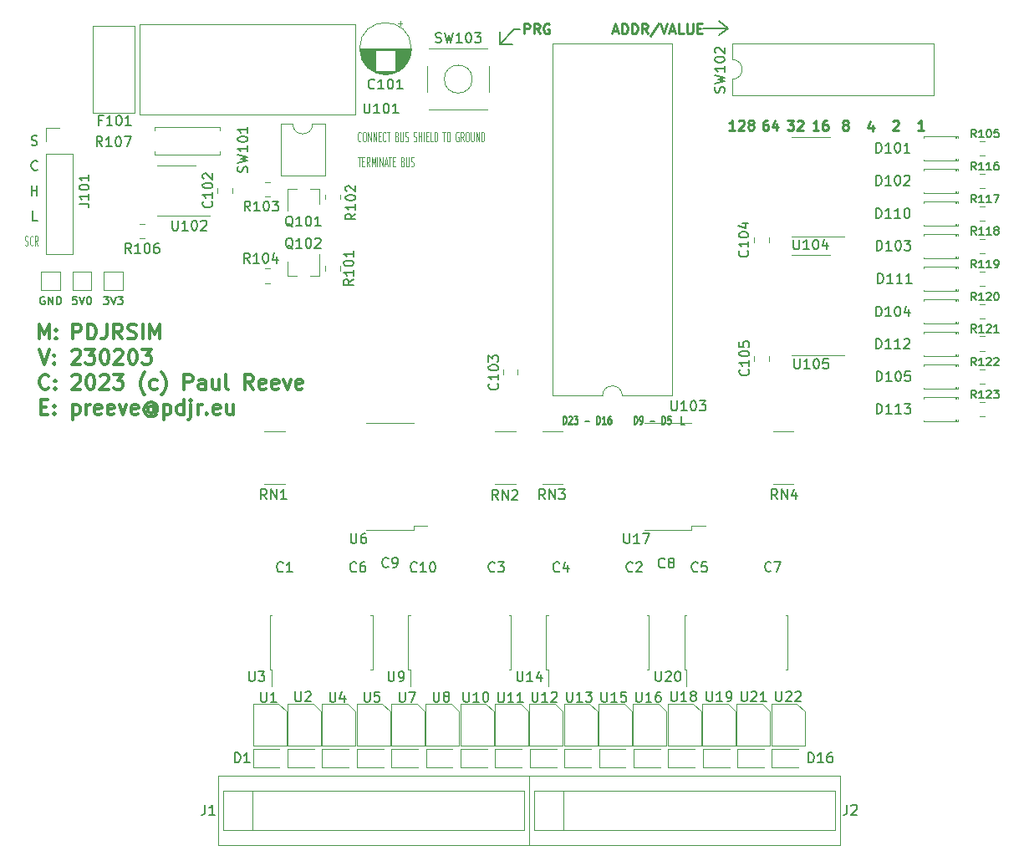
<source format=gto>
G04 #@! TF.GenerationSoftware,KiCad,Pcbnew,(5.1.9-0-10_14)*
G04 #@! TF.CreationDate,2023-02-04T12:07:43+01:00*
G04 #@! TF.ProjectId,SIM108,53494d31-3038-42e6-9b69-6361645f7063,221101*
G04 #@! TF.SameCoordinates,Original*
G04 #@! TF.FileFunction,Legend,Top*
G04 #@! TF.FilePolarity,Positive*
%FSLAX46Y46*%
G04 Gerber Fmt 4.6, Leading zero omitted, Abs format (unit mm)*
G04 Created by KiCad (PCBNEW (5.1.9-0-10_14)) date 2023-02-04 12:07:43*
%MOMM*%
%LPD*%
G01*
G04 APERTURE LIST*
%ADD10C,0.300000*%
%ADD11C,0.150000*%
%ADD12C,0.200000*%
%ADD13C,0.125000*%
%ADD14C,0.250000*%
%ADD15C,0.120000*%
G04 APERTURE END LIST*
D10*
X134642857Y7146428D02*
X134642857Y8646428D01*
X135142857Y7575000D01*
X135642857Y8646428D01*
X135642857Y7146428D01*
X136357142Y7289285D02*
X136428571Y7217857D01*
X136357142Y7146428D01*
X136285714Y7217857D01*
X136357142Y7289285D01*
X136357142Y7146428D01*
X136357142Y8075000D02*
X136428571Y8003571D01*
X136357142Y7932142D01*
X136285714Y8003571D01*
X136357142Y8075000D01*
X136357142Y7932142D01*
X134642857Y6096428D02*
X135142857Y4596428D01*
X135642857Y6096428D01*
X136142857Y4739285D02*
X136214285Y4667857D01*
X136142857Y4596428D01*
X136071428Y4667857D01*
X136142857Y4739285D01*
X136142857Y4596428D01*
X136142857Y5525000D02*
X136214285Y5453571D01*
X136142857Y5382142D01*
X136071428Y5453571D01*
X136142857Y5525000D01*
X136142857Y5382142D01*
X135607142Y2189285D02*
X135535714Y2117857D01*
X135321428Y2046428D01*
X135178571Y2046428D01*
X134964285Y2117857D01*
X134821428Y2260714D01*
X134750000Y2403571D01*
X134678571Y2689285D01*
X134678571Y2903571D01*
X134750000Y3189285D01*
X134821428Y3332142D01*
X134964285Y3475000D01*
X135178571Y3546428D01*
X135321428Y3546428D01*
X135535714Y3475000D01*
X135607142Y3403571D01*
X136250000Y2189285D02*
X136321428Y2117857D01*
X136250000Y2046428D01*
X136178571Y2117857D01*
X136250000Y2189285D01*
X136250000Y2046428D01*
X136250000Y2975000D02*
X136321428Y2903571D01*
X136250000Y2832142D01*
X136178571Y2903571D01*
X136250000Y2975000D01*
X136250000Y2832142D01*
X134821428Y282142D02*
X135321428Y282142D01*
X135535714Y-503571D02*
X134821428Y-503571D01*
X134821428Y996428D01*
X135535714Y996428D01*
X136178571Y-360714D02*
X136250000Y-432142D01*
X136178571Y-503571D01*
X136107142Y-432142D01*
X136178571Y-360714D01*
X136178571Y-503571D01*
X136178571Y425000D02*
X136250000Y353571D01*
X136178571Y282142D01*
X136107142Y353571D01*
X136178571Y425000D01*
X136178571Y282142D01*
X138052142Y7146428D02*
X138052142Y8646428D01*
X138623571Y8646428D01*
X138766428Y8575000D01*
X138837857Y8503571D01*
X138909285Y8360714D01*
X138909285Y8146428D01*
X138837857Y8003571D01*
X138766428Y7932142D01*
X138623571Y7860714D01*
X138052142Y7860714D01*
X139552142Y7146428D02*
X139552142Y8646428D01*
X139909285Y8646428D01*
X140123571Y8575000D01*
X140266428Y8432142D01*
X140337857Y8289285D01*
X140409285Y8003571D01*
X140409285Y7789285D01*
X140337857Y7503571D01*
X140266428Y7360714D01*
X140123571Y7217857D01*
X139909285Y7146428D01*
X139552142Y7146428D01*
X141480714Y8646428D02*
X141480714Y7575000D01*
X141409285Y7360714D01*
X141266428Y7217857D01*
X141052142Y7146428D01*
X140909285Y7146428D01*
X143052142Y7146428D02*
X142552142Y7860714D01*
X142195000Y7146428D02*
X142195000Y8646428D01*
X142766428Y8646428D01*
X142909285Y8575000D01*
X142980714Y8503571D01*
X143052142Y8360714D01*
X143052142Y8146428D01*
X142980714Y8003571D01*
X142909285Y7932142D01*
X142766428Y7860714D01*
X142195000Y7860714D01*
X143623571Y7217857D02*
X143837857Y7146428D01*
X144195000Y7146428D01*
X144337857Y7217857D01*
X144409285Y7289285D01*
X144480714Y7432142D01*
X144480714Y7575000D01*
X144409285Y7717857D01*
X144337857Y7789285D01*
X144195000Y7860714D01*
X143909285Y7932142D01*
X143766428Y8003571D01*
X143695000Y8075000D01*
X143623571Y8217857D01*
X143623571Y8360714D01*
X143695000Y8503571D01*
X143766428Y8575000D01*
X143909285Y8646428D01*
X144266428Y8646428D01*
X144480714Y8575000D01*
X145123571Y7146428D02*
X145123571Y8646428D01*
X145837857Y7146428D02*
X145837857Y8646428D01*
X146337857Y7575000D01*
X146837857Y8646428D01*
X146837857Y7146428D01*
X137980714Y5953571D02*
X138052142Y6025000D01*
X138195000Y6096428D01*
X138552142Y6096428D01*
X138695000Y6025000D01*
X138766428Y5953571D01*
X138837857Y5810714D01*
X138837857Y5667857D01*
X138766428Y5453571D01*
X137909285Y4596428D01*
X138837857Y4596428D01*
X139337857Y6096428D02*
X140266428Y6096428D01*
X139766428Y5525000D01*
X139980714Y5525000D01*
X140123571Y5453571D01*
X140195000Y5382142D01*
X140266428Y5239285D01*
X140266428Y4882142D01*
X140195000Y4739285D01*
X140123571Y4667857D01*
X139980714Y4596428D01*
X139552142Y4596428D01*
X139409285Y4667857D01*
X139337857Y4739285D01*
X141195000Y6096428D02*
X141337857Y6096428D01*
X141480714Y6025000D01*
X141552142Y5953571D01*
X141623571Y5810714D01*
X141695000Y5525000D01*
X141695000Y5167857D01*
X141623571Y4882142D01*
X141552142Y4739285D01*
X141480714Y4667857D01*
X141337857Y4596428D01*
X141195000Y4596428D01*
X141052142Y4667857D01*
X140980714Y4739285D01*
X140909285Y4882142D01*
X140837857Y5167857D01*
X140837857Y5525000D01*
X140909285Y5810714D01*
X140980714Y5953571D01*
X141052142Y6025000D01*
X141195000Y6096428D01*
X142266428Y5953571D02*
X142337857Y6025000D01*
X142480714Y6096428D01*
X142837857Y6096428D01*
X142980714Y6025000D01*
X143052142Y5953571D01*
X143123571Y5810714D01*
X143123571Y5667857D01*
X143052142Y5453571D01*
X142195000Y4596428D01*
X143123571Y4596428D01*
X144052142Y6096428D02*
X144195000Y6096428D01*
X144337857Y6025000D01*
X144409285Y5953571D01*
X144480714Y5810714D01*
X144552142Y5525000D01*
X144552142Y5167857D01*
X144480714Y4882142D01*
X144409285Y4739285D01*
X144337857Y4667857D01*
X144195000Y4596428D01*
X144052142Y4596428D01*
X143909285Y4667857D01*
X143837857Y4739285D01*
X143766428Y4882142D01*
X143695000Y5167857D01*
X143695000Y5525000D01*
X143766428Y5810714D01*
X143837857Y5953571D01*
X143909285Y6025000D01*
X144052142Y6096428D01*
X145052142Y6096428D02*
X145980714Y6096428D01*
X145480714Y5525000D01*
X145695000Y5525000D01*
X145837857Y5453571D01*
X145909285Y5382142D01*
X145980714Y5239285D01*
X145980714Y4882142D01*
X145909285Y4739285D01*
X145837857Y4667857D01*
X145695000Y4596428D01*
X145266428Y4596428D01*
X145123571Y4667857D01*
X145052142Y4739285D01*
X137980714Y3403571D02*
X138052142Y3475000D01*
X138195000Y3546428D01*
X138552142Y3546428D01*
X138695000Y3475000D01*
X138766428Y3403571D01*
X138837857Y3260714D01*
X138837857Y3117857D01*
X138766428Y2903571D01*
X137909285Y2046428D01*
X138837857Y2046428D01*
X139766428Y3546428D02*
X139909285Y3546428D01*
X140052142Y3475000D01*
X140123571Y3403571D01*
X140195000Y3260714D01*
X140266428Y2975000D01*
X140266428Y2617857D01*
X140195000Y2332142D01*
X140123571Y2189285D01*
X140052142Y2117857D01*
X139909285Y2046428D01*
X139766428Y2046428D01*
X139623571Y2117857D01*
X139552142Y2189285D01*
X139480714Y2332142D01*
X139409285Y2617857D01*
X139409285Y2975000D01*
X139480714Y3260714D01*
X139552142Y3403571D01*
X139623571Y3475000D01*
X139766428Y3546428D01*
X140837857Y3403571D02*
X140909285Y3475000D01*
X141052142Y3546428D01*
X141409285Y3546428D01*
X141552142Y3475000D01*
X141623571Y3403571D01*
X141695000Y3260714D01*
X141695000Y3117857D01*
X141623571Y2903571D01*
X140766428Y2046428D01*
X141695000Y2046428D01*
X142195000Y3546428D02*
X143123571Y3546428D01*
X142623571Y2975000D01*
X142837857Y2975000D01*
X142980714Y2903571D01*
X143052142Y2832142D01*
X143123571Y2689285D01*
X143123571Y2332142D01*
X143052142Y2189285D01*
X142980714Y2117857D01*
X142837857Y2046428D01*
X142409285Y2046428D01*
X142266428Y2117857D01*
X142195000Y2189285D01*
X145337857Y1475000D02*
X145266428Y1546428D01*
X145123571Y1760714D01*
X145052142Y1903571D01*
X144980714Y2117857D01*
X144909285Y2475000D01*
X144909285Y2760714D01*
X144980714Y3117857D01*
X145052142Y3332142D01*
X145123571Y3475000D01*
X145266428Y3689285D01*
X145337857Y3760714D01*
X146552142Y2117857D02*
X146409285Y2046428D01*
X146123571Y2046428D01*
X145980714Y2117857D01*
X145909285Y2189285D01*
X145837857Y2332142D01*
X145837857Y2760714D01*
X145909285Y2903571D01*
X145980714Y2975000D01*
X146123571Y3046428D01*
X146409285Y3046428D01*
X146552142Y2975000D01*
X147052142Y1475000D02*
X147123571Y1546428D01*
X147266428Y1760714D01*
X147337857Y1903571D01*
X147409285Y2117857D01*
X147480714Y2475000D01*
X147480714Y2760714D01*
X147409285Y3117857D01*
X147337857Y3332142D01*
X147266428Y3475000D01*
X147123571Y3689285D01*
X147052142Y3760714D01*
X149337857Y2046428D02*
X149337857Y3546428D01*
X149909285Y3546428D01*
X150052142Y3475000D01*
X150123571Y3403571D01*
X150195000Y3260714D01*
X150195000Y3046428D01*
X150123571Y2903571D01*
X150052142Y2832142D01*
X149909285Y2760714D01*
X149337857Y2760714D01*
X151480714Y2046428D02*
X151480714Y2832142D01*
X151409285Y2975000D01*
X151266428Y3046428D01*
X150980714Y3046428D01*
X150837857Y2975000D01*
X151480714Y2117857D02*
X151337857Y2046428D01*
X150980714Y2046428D01*
X150837857Y2117857D01*
X150766428Y2260714D01*
X150766428Y2403571D01*
X150837857Y2546428D01*
X150980714Y2617857D01*
X151337857Y2617857D01*
X151480714Y2689285D01*
X152837857Y3046428D02*
X152837857Y2046428D01*
X152195000Y3046428D02*
X152195000Y2260714D01*
X152266428Y2117857D01*
X152409285Y2046428D01*
X152623571Y2046428D01*
X152766428Y2117857D01*
X152837857Y2189285D01*
X153766428Y2046428D02*
X153623571Y2117857D01*
X153552142Y2260714D01*
X153552142Y3546428D01*
X156337857Y2046428D02*
X155837857Y2760714D01*
X155480714Y2046428D02*
X155480714Y3546428D01*
X156052142Y3546428D01*
X156195000Y3475000D01*
X156266428Y3403571D01*
X156337857Y3260714D01*
X156337857Y3046428D01*
X156266428Y2903571D01*
X156195000Y2832142D01*
X156052142Y2760714D01*
X155480714Y2760714D01*
X157552142Y2117857D02*
X157409285Y2046428D01*
X157123571Y2046428D01*
X156980714Y2117857D01*
X156909285Y2260714D01*
X156909285Y2832142D01*
X156980714Y2975000D01*
X157123571Y3046428D01*
X157409285Y3046428D01*
X157552142Y2975000D01*
X157623571Y2832142D01*
X157623571Y2689285D01*
X156909285Y2546428D01*
X158837857Y2117857D02*
X158695000Y2046428D01*
X158409285Y2046428D01*
X158266428Y2117857D01*
X158195000Y2260714D01*
X158195000Y2832142D01*
X158266428Y2975000D01*
X158409285Y3046428D01*
X158695000Y3046428D01*
X158837857Y2975000D01*
X158909285Y2832142D01*
X158909285Y2689285D01*
X158195000Y2546428D01*
X159409285Y3046428D02*
X159766428Y2046428D01*
X160123571Y3046428D01*
X161266428Y2117857D02*
X161123571Y2046428D01*
X160837857Y2046428D01*
X160695000Y2117857D01*
X160623571Y2260714D01*
X160623571Y2832142D01*
X160695000Y2975000D01*
X160837857Y3046428D01*
X161123571Y3046428D01*
X161266428Y2975000D01*
X161337857Y2832142D01*
X161337857Y2689285D01*
X160623571Y2546428D01*
X138052142Y496428D02*
X138052142Y-1003571D01*
X138052142Y425000D02*
X138195000Y496428D01*
X138480714Y496428D01*
X138623571Y425000D01*
X138695000Y353571D01*
X138766428Y210714D01*
X138766428Y-217857D01*
X138695000Y-360714D01*
X138623571Y-432142D01*
X138480714Y-503571D01*
X138195000Y-503571D01*
X138052142Y-432142D01*
X139409285Y-503571D02*
X139409285Y496428D01*
X139409285Y210714D02*
X139480714Y353571D01*
X139552142Y425000D01*
X139695000Y496428D01*
X139837857Y496428D01*
X140909285Y-432142D02*
X140766428Y-503571D01*
X140480714Y-503571D01*
X140337857Y-432142D01*
X140266428Y-289285D01*
X140266428Y282142D01*
X140337857Y425000D01*
X140480714Y496428D01*
X140766428Y496428D01*
X140909285Y425000D01*
X140980714Y282142D01*
X140980714Y139285D01*
X140266428Y-3571D01*
X142195000Y-432142D02*
X142052142Y-503571D01*
X141766428Y-503571D01*
X141623571Y-432142D01*
X141552142Y-289285D01*
X141552142Y282142D01*
X141623571Y425000D01*
X141766428Y496428D01*
X142052142Y496428D01*
X142195000Y425000D01*
X142266428Y282142D01*
X142266428Y139285D01*
X141552142Y-3571D01*
X142766428Y496428D02*
X143123571Y-503571D01*
X143480714Y496428D01*
X144623571Y-432142D02*
X144480714Y-503571D01*
X144195000Y-503571D01*
X144052142Y-432142D01*
X143980714Y-289285D01*
X143980714Y282142D01*
X144052142Y425000D01*
X144195000Y496428D01*
X144480714Y496428D01*
X144623571Y425000D01*
X144695000Y282142D01*
X144695000Y139285D01*
X143980714Y-3571D01*
X146266428Y210714D02*
X146195000Y282142D01*
X146052142Y353571D01*
X145909285Y353571D01*
X145766428Y282142D01*
X145695000Y210714D01*
X145623571Y67857D01*
X145623571Y-75000D01*
X145695000Y-217857D01*
X145766428Y-289285D01*
X145909285Y-360714D01*
X146052142Y-360714D01*
X146195000Y-289285D01*
X146266428Y-217857D01*
X146266428Y353571D02*
X146266428Y-217857D01*
X146337857Y-289285D01*
X146409285Y-289285D01*
X146552142Y-217857D01*
X146623571Y-75000D01*
X146623571Y282142D01*
X146480714Y496428D01*
X146266428Y639285D01*
X145980714Y710714D01*
X145695000Y639285D01*
X145480714Y496428D01*
X145337857Y282142D01*
X145266428Y-3571D01*
X145337857Y-289285D01*
X145480714Y-503571D01*
X145695000Y-646428D01*
X145980714Y-717857D01*
X146266428Y-646428D01*
X146480714Y-503571D01*
X147266428Y496428D02*
X147266428Y-1003571D01*
X147266428Y425000D02*
X147409285Y496428D01*
X147695000Y496428D01*
X147837857Y425000D01*
X147909285Y353571D01*
X147980714Y210714D01*
X147980714Y-217857D01*
X147909285Y-360714D01*
X147837857Y-432142D01*
X147695000Y-503571D01*
X147409285Y-503571D01*
X147266428Y-432142D01*
X149266428Y-503571D02*
X149266428Y996428D01*
X149266428Y-432142D02*
X149123571Y-503571D01*
X148837857Y-503571D01*
X148695000Y-432142D01*
X148623571Y-360714D01*
X148552142Y-217857D01*
X148552142Y210714D01*
X148623571Y353571D01*
X148695000Y425000D01*
X148837857Y496428D01*
X149123571Y496428D01*
X149266428Y425000D01*
X149980714Y496428D02*
X149980714Y-789285D01*
X149909285Y-932142D01*
X149766428Y-1003571D01*
X149695000Y-1003571D01*
X149980714Y996428D02*
X149909285Y925000D01*
X149980714Y853571D01*
X150052142Y925000D01*
X149980714Y996428D01*
X149980714Y853571D01*
X150695000Y-503571D02*
X150695000Y496428D01*
X150695000Y210714D02*
X150766428Y353571D01*
X150837857Y425000D01*
X150980714Y496428D01*
X151123571Y496428D01*
X151623571Y-360714D02*
X151695000Y-432142D01*
X151623571Y-503571D01*
X151552142Y-432142D01*
X151623571Y-360714D01*
X151623571Y-503571D01*
X152909285Y-432142D02*
X152766428Y-503571D01*
X152480714Y-503571D01*
X152337857Y-432142D01*
X152266428Y-289285D01*
X152266428Y282142D01*
X152337857Y425000D01*
X152480714Y496428D01*
X152766428Y496428D01*
X152909285Y425000D01*
X152980714Y282142D01*
X152980714Y139285D01*
X152266428Y-3571D01*
X154266428Y496428D02*
X154266428Y-503571D01*
X153623571Y496428D02*
X153623571Y-289285D01*
X153695000Y-432142D01*
X153837857Y-503571D01*
X154052142Y-503571D01*
X154195000Y-432142D01*
X154266428Y-360714D01*
D11*
X204381500Y38594500D02*
X203492500Y37896000D01*
X204381500Y38594500D02*
X203492500Y39356500D01*
X201905000Y38594500D02*
X204381500Y38594500D01*
X182728000Y38531000D02*
X183363000Y38531000D01*
X181267500Y37007000D02*
X182728000Y38531000D01*
X181267500Y37007000D02*
X182537500Y37007000D01*
X181267500Y38277000D02*
X181267500Y37007000D01*
X194904357Y-1479904D02*
X194904357Y-679904D01*
X195047214Y-679904D01*
X195132928Y-718000D01*
X195190071Y-794190D01*
X195218642Y-870380D01*
X195247214Y-1022761D01*
X195247214Y-1137047D01*
X195218642Y-1289428D01*
X195190071Y-1365619D01*
X195132928Y-1441809D01*
X195047214Y-1479904D01*
X194904357Y-1479904D01*
X195532928Y-1479904D02*
X195647214Y-1479904D01*
X195704357Y-1441809D01*
X195732928Y-1403714D01*
X195790071Y-1289428D01*
X195818642Y-1137047D01*
X195818642Y-832285D01*
X195790071Y-756095D01*
X195761500Y-718000D01*
X195704357Y-679904D01*
X195590071Y-679904D01*
X195532928Y-718000D01*
X195504357Y-756095D01*
X195475785Y-832285D01*
X195475785Y-1022761D01*
X195504357Y-1098952D01*
X195532928Y-1137047D01*
X195590071Y-1175142D01*
X195704357Y-1175142D01*
X195761500Y-1137047D01*
X195790071Y-1098952D01*
X195818642Y-1022761D01*
X196532928Y-1175142D02*
X196990071Y-1175142D01*
X197732928Y-1479904D02*
X197732928Y-679904D01*
X197875785Y-679904D01*
X197961500Y-718000D01*
X198018642Y-794190D01*
X198047214Y-870380D01*
X198075785Y-1022761D01*
X198075785Y-1137047D01*
X198047214Y-1289428D01*
X198018642Y-1365619D01*
X197961500Y-1441809D01*
X197875785Y-1479904D01*
X197732928Y-1479904D01*
X198618642Y-679904D02*
X198332928Y-679904D01*
X198304357Y-1060857D01*
X198332928Y-1022761D01*
X198390071Y-984666D01*
X198532928Y-984666D01*
X198590071Y-1022761D01*
X198618642Y-1060857D01*
X198647214Y-1137047D01*
X198647214Y-1327523D01*
X198618642Y-1403714D01*
X198590071Y-1441809D01*
X198532928Y-1479904D01*
X198390071Y-1479904D01*
X198332928Y-1441809D01*
X198304357Y-1403714D01*
X187728928Y-1479904D02*
X187728928Y-679904D01*
X187871785Y-679904D01*
X187957500Y-718000D01*
X188014642Y-794190D01*
X188043214Y-870380D01*
X188071785Y-1022761D01*
X188071785Y-1137047D01*
X188043214Y-1289428D01*
X188014642Y-1365619D01*
X187957500Y-1441809D01*
X187871785Y-1479904D01*
X187728928Y-1479904D01*
X188300357Y-756095D02*
X188328928Y-718000D01*
X188386071Y-679904D01*
X188528928Y-679904D01*
X188586071Y-718000D01*
X188614642Y-756095D01*
X188643214Y-832285D01*
X188643214Y-908476D01*
X188614642Y-1022761D01*
X188271785Y-1479904D01*
X188643214Y-1479904D01*
X188843214Y-679904D02*
X189214642Y-679904D01*
X189014642Y-984666D01*
X189100357Y-984666D01*
X189157500Y-1022761D01*
X189186071Y-1060857D01*
X189214642Y-1137047D01*
X189214642Y-1327523D01*
X189186071Y-1403714D01*
X189157500Y-1441809D01*
X189100357Y-1479904D01*
X188928928Y-1479904D01*
X188871785Y-1441809D01*
X188843214Y-1403714D01*
X189928928Y-1175142D02*
X190386071Y-1175142D01*
X191128928Y-1479904D02*
X191128928Y-679904D01*
X191271785Y-679904D01*
X191357500Y-718000D01*
X191414642Y-794190D01*
X191443214Y-870380D01*
X191471785Y-1022761D01*
X191471785Y-1137047D01*
X191443214Y-1289428D01*
X191414642Y-1365619D01*
X191357500Y-1441809D01*
X191271785Y-1479904D01*
X191128928Y-1479904D01*
X192043214Y-1479904D02*
X191700357Y-1479904D01*
X191871785Y-1479904D02*
X191871785Y-679904D01*
X191814642Y-794190D01*
X191757500Y-870380D01*
X191700357Y-908476D01*
X192557500Y-679904D02*
X192443214Y-679904D01*
X192386071Y-718000D01*
X192357500Y-756095D01*
X192300357Y-870380D01*
X192271785Y-1022761D01*
X192271785Y-1327523D01*
X192300357Y-1403714D01*
X192328928Y-1441809D01*
X192386071Y-1479904D01*
X192500357Y-1479904D01*
X192557500Y-1441809D01*
X192586071Y-1403714D01*
X192614642Y-1327523D01*
X192614642Y-1137047D01*
X192586071Y-1060857D01*
X192557500Y-1022761D01*
X192500357Y-984666D01*
X192386071Y-984666D01*
X192328928Y-1022761D01*
X192300357Y-1060857D01*
X192271785Y-1137047D01*
D12*
X135191976Y11410500D02*
X135115785Y11448595D01*
X135001500Y11448595D01*
X134887214Y11410500D01*
X134811023Y11334309D01*
X134772928Y11258119D01*
X134734833Y11105738D01*
X134734833Y10991452D01*
X134772928Y10839071D01*
X134811023Y10762880D01*
X134887214Y10686690D01*
X135001500Y10648595D01*
X135077690Y10648595D01*
X135191976Y10686690D01*
X135230071Y10724785D01*
X135230071Y10991452D01*
X135077690Y10991452D01*
X135572928Y10648595D02*
X135572928Y11448595D01*
X136030071Y10648595D01*
X136030071Y11448595D01*
X136411023Y10648595D02*
X136411023Y11448595D01*
X136601500Y11448595D01*
X136715785Y11410500D01*
X136791976Y11334309D01*
X136830071Y11258119D01*
X136868166Y11105738D01*
X136868166Y10991452D01*
X136830071Y10839071D01*
X136791976Y10762880D01*
X136715785Y10686690D01*
X136601500Y10648595D01*
X136411023Y10648595D01*
X141161023Y11448595D02*
X141656261Y11448595D01*
X141389595Y11143833D01*
X141503880Y11143833D01*
X141580071Y11105738D01*
X141618166Y11067642D01*
X141656261Y10991452D01*
X141656261Y10800976D01*
X141618166Y10724785D01*
X141580071Y10686690D01*
X141503880Y10648595D01*
X141275309Y10648595D01*
X141199119Y10686690D01*
X141161023Y10724785D01*
X141884833Y11448595D02*
X142151500Y10648595D01*
X142418166Y11448595D01*
X142608642Y11448595D02*
X143103880Y11448595D01*
X142837214Y11143833D01*
X142951500Y11143833D01*
X143027690Y11105738D01*
X143065785Y11067642D01*
X143103880Y10991452D01*
X143103880Y10800976D01*
X143065785Y10724785D01*
X143027690Y10686690D01*
X142951500Y10648595D01*
X142722928Y10648595D01*
X142646738Y10686690D01*
X142608642Y10724785D01*
X138443166Y11448595D02*
X138062214Y11448595D01*
X138024119Y11067642D01*
X138062214Y11105738D01*
X138138404Y11143833D01*
X138328880Y11143833D01*
X138405071Y11105738D01*
X138443166Y11067642D01*
X138481261Y10991452D01*
X138481261Y10800976D01*
X138443166Y10724785D01*
X138405071Y10686690D01*
X138328880Y10648595D01*
X138138404Y10648595D01*
X138062214Y10686690D01*
X138024119Y10724785D01*
X138709833Y11448595D02*
X138976500Y10648595D01*
X139243166Y11448595D01*
X139662214Y11448595D02*
X139738404Y11448595D01*
X139814595Y11410500D01*
X139852690Y11372404D01*
X139890785Y11296214D01*
X139928880Y11143833D01*
X139928880Y10953357D01*
X139890785Y10800976D01*
X139852690Y10724785D01*
X139814595Y10686690D01*
X139738404Y10648595D01*
X139662214Y10648595D01*
X139586023Y10686690D01*
X139547928Y10724785D01*
X139509833Y10800976D01*
X139471738Y10953357D01*
X139471738Y11143833D01*
X139509833Y11296214D01*
X139547928Y11372404D01*
X139586023Y11410500D01*
X139662214Y11448595D01*
D11*
X133864785Y21670619D02*
X133864785Y22670619D01*
X133864785Y22194428D02*
X134436214Y22194428D01*
X134436214Y21670619D02*
X134436214Y22670619D01*
D13*
X133202642Y16638238D02*
X133274071Y16590619D01*
X133393119Y16590619D01*
X133440738Y16638238D01*
X133464547Y16685857D01*
X133488357Y16781095D01*
X133488357Y16876333D01*
X133464547Y16971571D01*
X133440738Y17019190D01*
X133393119Y17066809D01*
X133297880Y17114428D01*
X133250261Y17162047D01*
X133226452Y17209666D01*
X133202642Y17304904D01*
X133202642Y17400142D01*
X133226452Y17495380D01*
X133250261Y17543000D01*
X133297880Y17590619D01*
X133416928Y17590619D01*
X133488357Y17543000D01*
X133988357Y16685857D02*
X133964547Y16638238D01*
X133893119Y16590619D01*
X133845500Y16590619D01*
X133774071Y16638238D01*
X133726452Y16733476D01*
X133702642Y16828714D01*
X133678833Y17019190D01*
X133678833Y17162047D01*
X133702642Y17352523D01*
X133726452Y17447761D01*
X133774071Y17543000D01*
X133845500Y17590619D01*
X133893119Y17590619D01*
X133964547Y17543000D01*
X133988357Y17495380D01*
X134488357Y16590619D02*
X134321690Y17066809D01*
X134202642Y16590619D02*
X134202642Y17590619D01*
X134393119Y17590619D01*
X134440738Y17543000D01*
X134464547Y17495380D01*
X134488357Y17400142D01*
X134488357Y17257285D01*
X134464547Y17162047D01*
X134440738Y17114428D01*
X134393119Y17066809D01*
X134202642Y17066809D01*
D11*
X134460023Y19130619D02*
X133983833Y19130619D01*
X133983833Y20130619D01*
X133864785Y26798238D02*
X134007642Y26750619D01*
X134245738Y26750619D01*
X134340976Y26798238D01*
X134388595Y26845857D01*
X134436214Y26941095D01*
X134436214Y27036333D01*
X134388595Y27131571D01*
X134340976Y27179190D01*
X134245738Y27226809D01*
X134055261Y27274428D01*
X133960023Y27322047D01*
X133912404Y27369666D01*
X133864785Y27464904D01*
X133864785Y27560142D01*
X133912404Y27655380D01*
X133960023Y27703000D01*
X134055261Y27750619D01*
X134293357Y27750619D01*
X134436214Y27703000D01*
X134460023Y24305857D02*
X134412404Y24258238D01*
X134269547Y24210619D01*
X134174309Y24210619D01*
X134031452Y24258238D01*
X133936214Y24353476D01*
X133888595Y24448714D01*
X133840976Y24639190D01*
X133840976Y24782047D01*
X133888595Y24972523D01*
X133936214Y25067761D01*
X134031452Y25163000D01*
X134174309Y25210619D01*
X134269547Y25210619D01*
X134412404Y25163000D01*
X134460023Y25115380D01*
D14*
X205111833Y28299619D02*
X204540404Y28299619D01*
X204826119Y28299619D02*
X204826119Y29299619D01*
X204730880Y29156761D01*
X204635642Y29061523D01*
X204540404Y29013904D01*
X205492785Y29204380D02*
X205540404Y29252000D01*
X205635642Y29299619D01*
X205873738Y29299619D01*
X205968976Y29252000D01*
X206016595Y29204380D01*
X206064214Y29109142D01*
X206064214Y29013904D01*
X206016595Y28871047D01*
X205445166Y28299619D01*
X206064214Y28299619D01*
X206635642Y28871047D02*
X206540404Y28918666D01*
X206492785Y28966285D01*
X206445166Y29061523D01*
X206445166Y29109142D01*
X206492785Y29204380D01*
X206540404Y29252000D01*
X206635642Y29299619D01*
X206826119Y29299619D01*
X206921357Y29252000D01*
X206968976Y29204380D01*
X207016595Y29109142D01*
X207016595Y29061523D01*
X206968976Y28966285D01*
X206921357Y28918666D01*
X206826119Y28871047D01*
X206635642Y28871047D01*
X206540404Y28823428D01*
X206492785Y28775809D01*
X206445166Y28680571D01*
X206445166Y28490095D01*
X206492785Y28394857D01*
X206540404Y28347238D01*
X206635642Y28299619D01*
X206826119Y28299619D01*
X206921357Y28347238D01*
X206968976Y28394857D01*
X207016595Y28490095D01*
X207016595Y28680571D01*
X206968976Y28775809D01*
X206921357Y28823428D01*
X206826119Y28871047D01*
X208413785Y29274619D02*
X208223309Y29274619D01*
X208128071Y29227000D01*
X208080452Y29179380D01*
X207985214Y29036523D01*
X207937595Y28846047D01*
X207937595Y28465095D01*
X207985214Y28369857D01*
X208032833Y28322238D01*
X208128071Y28274619D01*
X208318547Y28274619D01*
X208413785Y28322238D01*
X208461404Y28369857D01*
X208509023Y28465095D01*
X208509023Y28703190D01*
X208461404Y28798428D01*
X208413785Y28846047D01*
X208318547Y28893666D01*
X208128071Y28893666D01*
X208032833Y28846047D01*
X207985214Y28798428D01*
X207937595Y28703190D01*
X209366166Y28941285D02*
X209366166Y28274619D01*
X209128071Y29322238D02*
X208889976Y28607952D01*
X209509023Y28607952D01*
X210429976Y29274619D02*
X211049023Y29274619D01*
X210715690Y28893666D01*
X210858547Y28893666D01*
X210953785Y28846047D01*
X211001404Y28798428D01*
X211049023Y28703190D01*
X211049023Y28465095D01*
X211001404Y28369857D01*
X210953785Y28322238D01*
X210858547Y28274619D01*
X210572833Y28274619D01*
X210477595Y28322238D01*
X210429976Y28369857D01*
X211429976Y29179380D02*
X211477595Y29227000D01*
X211572833Y29274619D01*
X211810928Y29274619D01*
X211906166Y29227000D01*
X211953785Y29179380D01*
X212001404Y29084142D01*
X212001404Y28988904D01*
X211953785Y28846047D01*
X211382357Y28274619D01*
X212001404Y28274619D01*
X213589023Y28274619D02*
X213017595Y28274619D01*
X213303309Y28274619D02*
X213303309Y29274619D01*
X213208071Y29131761D01*
X213112833Y29036523D01*
X213017595Y28988904D01*
X214446166Y29274619D02*
X214255690Y29274619D01*
X214160452Y29227000D01*
X214112833Y29179380D01*
X214017595Y29036523D01*
X213969976Y28846047D01*
X213969976Y28465095D01*
X214017595Y28369857D01*
X214065214Y28322238D01*
X214160452Y28274619D01*
X214350928Y28274619D01*
X214446166Y28322238D01*
X214493785Y28369857D01*
X214541404Y28465095D01*
X214541404Y28703190D01*
X214493785Y28798428D01*
X214446166Y28846047D01*
X214350928Y28893666D01*
X214160452Y28893666D01*
X214065214Y28846047D01*
X214017595Y28798428D01*
X213969976Y28703190D01*
X216224261Y28846047D02*
X216129023Y28893666D01*
X216081404Y28941285D01*
X216033785Y29036523D01*
X216033785Y29084142D01*
X216081404Y29179380D01*
X216129023Y29227000D01*
X216224261Y29274619D01*
X216414738Y29274619D01*
X216509976Y29227000D01*
X216557595Y29179380D01*
X216605214Y29084142D01*
X216605214Y29036523D01*
X216557595Y28941285D01*
X216509976Y28893666D01*
X216414738Y28846047D01*
X216224261Y28846047D01*
X216129023Y28798428D01*
X216081404Y28750809D01*
X216033785Y28655571D01*
X216033785Y28465095D01*
X216081404Y28369857D01*
X216129023Y28322238D01*
X216224261Y28274619D01*
X216414738Y28274619D01*
X216509976Y28322238D01*
X216557595Y28369857D01*
X216605214Y28465095D01*
X216605214Y28655571D01*
X216557595Y28750809D01*
X216509976Y28798428D01*
X216414738Y28846047D01*
X219049976Y28814285D02*
X219049976Y28147619D01*
X218811880Y29195238D02*
X218573785Y28480952D01*
X219192833Y28480952D01*
X221113785Y29179380D02*
X221161404Y29227000D01*
X221256642Y29274619D01*
X221494738Y29274619D01*
X221589976Y29227000D01*
X221637595Y29179380D01*
X221685214Y29084142D01*
X221685214Y28988904D01*
X221637595Y28846047D01*
X221066166Y28274619D01*
X221685214Y28274619D01*
X224225214Y28274619D02*
X223653785Y28274619D01*
X223939500Y28274619D02*
X223939500Y29274619D01*
X223844261Y29131761D01*
X223749023Y29036523D01*
X223653785Y28988904D01*
D13*
X166918369Y25591619D02*
X167204083Y25591619D01*
X167061226Y24591619D02*
X167061226Y25591619D01*
X167370750Y25115428D02*
X167537416Y25115428D01*
X167608845Y24591619D02*
X167370750Y24591619D01*
X167370750Y25591619D01*
X167608845Y25591619D01*
X168108845Y24591619D02*
X167942178Y25067809D01*
X167823130Y24591619D02*
X167823130Y25591619D01*
X168013607Y25591619D01*
X168061226Y25544000D01*
X168085035Y25496380D01*
X168108845Y25401142D01*
X168108845Y25258285D01*
X168085035Y25163047D01*
X168061226Y25115428D01*
X168013607Y25067809D01*
X167823130Y25067809D01*
X168323130Y24591619D02*
X168323130Y25591619D01*
X168489797Y24877333D01*
X168656464Y25591619D01*
X168656464Y24591619D01*
X168894559Y24591619D02*
X168894559Y25591619D01*
X169132654Y24591619D02*
X169132654Y25591619D01*
X169418369Y24591619D01*
X169418369Y25591619D01*
X169632654Y24877333D02*
X169870750Y24877333D01*
X169585035Y24591619D02*
X169751702Y25591619D01*
X169918369Y24591619D01*
X170013607Y25591619D02*
X170299321Y25591619D01*
X170156464Y24591619D02*
X170156464Y25591619D01*
X170465988Y25115428D02*
X170632654Y25115428D01*
X170704083Y24591619D02*
X170465988Y24591619D01*
X170465988Y25591619D01*
X170704083Y25591619D01*
X171465988Y25115428D02*
X171537416Y25067809D01*
X171561226Y25020190D01*
X171585035Y24924952D01*
X171585035Y24782095D01*
X171561226Y24686857D01*
X171537416Y24639238D01*
X171489797Y24591619D01*
X171299321Y24591619D01*
X171299321Y25591619D01*
X171465988Y25591619D01*
X171513607Y25544000D01*
X171537416Y25496380D01*
X171561226Y25401142D01*
X171561226Y25305904D01*
X171537416Y25210666D01*
X171513607Y25163047D01*
X171465988Y25115428D01*
X171299321Y25115428D01*
X171799321Y25591619D02*
X171799321Y24782095D01*
X171823130Y24686857D01*
X171846940Y24639238D01*
X171894559Y24591619D01*
X171989797Y24591619D01*
X172037416Y24639238D01*
X172061226Y24686857D01*
X172085035Y24782095D01*
X172085035Y25591619D01*
X172299321Y24639238D02*
X172370750Y24591619D01*
X172489797Y24591619D01*
X172537416Y24639238D01*
X172561226Y24686857D01*
X172585035Y24782095D01*
X172585035Y24877333D01*
X172561226Y24972571D01*
X172537416Y25020190D01*
X172489797Y25067809D01*
X172394559Y25115428D01*
X172346940Y25163047D01*
X172323130Y25210666D01*
X172299321Y25305904D01*
X172299321Y25401142D01*
X172323130Y25496380D01*
X172346940Y25544000D01*
X172394559Y25591619D01*
X172513607Y25591619D01*
X172585035Y25544000D01*
X167212011Y27226857D02*
X167188202Y27179238D01*
X167116773Y27131619D01*
X167069154Y27131619D01*
X166997726Y27179238D01*
X166950107Y27274476D01*
X166926297Y27369714D01*
X166902488Y27560190D01*
X166902488Y27703047D01*
X166926297Y27893523D01*
X166950107Y27988761D01*
X166997726Y28084000D01*
X167069154Y28131619D01*
X167116773Y28131619D01*
X167188202Y28084000D01*
X167212011Y28036380D01*
X167521535Y28131619D02*
X167616773Y28131619D01*
X167664392Y28084000D01*
X167712011Y27988761D01*
X167735821Y27798285D01*
X167735821Y27464952D01*
X167712011Y27274476D01*
X167664392Y27179238D01*
X167616773Y27131619D01*
X167521535Y27131619D01*
X167473916Y27179238D01*
X167426297Y27274476D01*
X167402488Y27464952D01*
X167402488Y27798285D01*
X167426297Y27988761D01*
X167473916Y28084000D01*
X167521535Y28131619D01*
X167950107Y27131619D02*
X167950107Y28131619D01*
X168235821Y27131619D01*
X168235821Y28131619D01*
X168473916Y27131619D02*
X168473916Y28131619D01*
X168759630Y27131619D01*
X168759630Y28131619D01*
X168997726Y27655428D02*
X169164392Y27655428D01*
X169235821Y27131619D02*
X168997726Y27131619D01*
X168997726Y28131619D01*
X169235821Y28131619D01*
X169735821Y27226857D02*
X169712011Y27179238D01*
X169640583Y27131619D01*
X169592964Y27131619D01*
X169521535Y27179238D01*
X169473916Y27274476D01*
X169450107Y27369714D01*
X169426297Y27560190D01*
X169426297Y27703047D01*
X169450107Y27893523D01*
X169473916Y27988761D01*
X169521535Y28084000D01*
X169592964Y28131619D01*
X169640583Y28131619D01*
X169712011Y28084000D01*
X169735821Y28036380D01*
X169878678Y28131619D02*
X170164392Y28131619D01*
X170021535Y27131619D02*
X170021535Y28131619D01*
X170878678Y27655428D02*
X170950107Y27607809D01*
X170973916Y27560190D01*
X170997726Y27464952D01*
X170997726Y27322095D01*
X170973916Y27226857D01*
X170950107Y27179238D01*
X170902488Y27131619D01*
X170712011Y27131619D01*
X170712011Y28131619D01*
X170878678Y28131619D01*
X170926297Y28084000D01*
X170950107Y28036380D01*
X170973916Y27941142D01*
X170973916Y27845904D01*
X170950107Y27750666D01*
X170926297Y27703047D01*
X170878678Y27655428D01*
X170712011Y27655428D01*
X171212011Y28131619D02*
X171212011Y27322095D01*
X171235821Y27226857D01*
X171259630Y27179238D01*
X171307250Y27131619D01*
X171402488Y27131619D01*
X171450107Y27179238D01*
X171473916Y27226857D01*
X171497726Y27322095D01*
X171497726Y28131619D01*
X171712011Y27179238D02*
X171783440Y27131619D01*
X171902488Y27131619D01*
X171950107Y27179238D01*
X171973916Y27226857D01*
X171997726Y27322095D01*
X171997726Y27417333D01*
X171973916Y27512571D01*
X171950107Y27560190D01*
X171902488Y27607809D01*
X171807250Y27655428D01*
X171759630Y27703047D01*
X171735821Y27750666D01*
X171712011Y27845904D01*
X171712011Y27941142D01*
X171735821Y28036380D01*
X171759630Y28084000D01*
X171807250Y28131619D01*
X171926297Y28131619D01*
X171997726Y28084000D01*
X172569154Y27179238D02*
X172640583Y27131619D01*
X172759630Y27131619D01*
X172807250Y27179238D01*
X172831059Y27226857D01*
X172854869Y27322095D01*
X172854869Y27417333D01*
X172831059Y27512571D01*
X172807250Y27560190D01*
X172759630Y27607809D01*
X172664392Y27655428D01*
X172616773Y27703047D01*
X172592964Y27750666D01*
X172569154Y27845904D01*
X172569154Y27941142D01*
X172592964Y28036380D01*
X172616773Y28084000D01*
X172664392Y28131619D01*
X172783440Y28131619D01*
X172854869Y28084000D01*
X173069154Y27131619D02*
X173069154Y28131619D01*
X173069154Y27655428D02*
X173354869Y27655428D01*
X173354869Y27131619D02*
X173354869Y28131619D01*
X173592964Y27131619D02*
X173592964Y28131619D01*
X173831059Y27655428D02*
X173997726Y27655428D01*
X174069154Y27131619D02*
X173831059Y27131619D01*
X173831059Y28131619D01*
X174069154Y28131619D01*
X174521535Y27131619D02*
X174283440Y27131619D01*
X174283440Y28131619D01*
X174688202Y27131619D02*
X174688202Y28131619D01*
X174807250Y28131619D01*
X174878678Y28084000D01*
X174926297Y27988761D01*
X174950107Y27893523D01*
X174973916Y27703047D01*
X174973916Y27560190D01*
X174950107Y27369714D01*
X174926297Y27274476D01*
X174878678Y27179238D01*
X174807250Y27131619D01*
X174688202Y27131619D01*
X175497726Y28131619D02*
X175783440Y28131619D01*
X175640583Y27131619D02*
X175640583Y28131619D01*
X176045345Y28131619D02*
X176140583Y28131619D01*
X176188202Y28084000D01*
X176235821Y27988761D01*
X176259630Y27798285D01*
X176259630Y27464952D01*
X176235821Y27274476D01*
X176188202Y27179238D01*
X176140583Y27131619D01*
X176045345Y27131619D01*
X175997726Y27179238D01*
X175950107Y27274476D01*
X175926297Y27464952D01*
X175926297Y27798285D01*
X175950107Y27988761D01*
X175997726Y28084000D01*
X176045345Y28131619D01*
X177116773Y28084000D02*
X177069154Y28131619D01*
X176997726Y28131619D01*
X176926297Y28084000D01*
X176878678Y27988761D01*
X176854869Y27893523D01*
X176831059Y27703047D01*
X176831059Y27560190D01*
X176854869Y27369714D01*
X176878678Y27274476D01*
X176926297Y27179238D01*
X176997726Y27131619D01*
X177045345Y27131619D01*
X177116773Y27179238D01*
X177140583Y27226857D01*
X177140583Y27560190D01*
X177045345Y27560190D01*
X177640583Y27131619D02*
X177473916Y27607809D01*
X177354869Y27131619D02*
X177354869Y28131619D01*
X177545345Y28131619D01*
X177592964Y28084000D01*
X177616773Y28036380D01*
X177640583Y27941142D01*
X177640583Y27798285D01*
X177616773Y27703047D01*
X177592964Y27655428D01*
X177545345Y27607809D01*
X177354869Y27607809D01*
X177950107Y28131619D02*
X178045345Y28131619D01*
X178092964Y28084000D01*
X178140583Y27988761D01*
X178164392Y27798285D01*
X178164392Y27464952D01*
X178140583Y27274476D01*
X178092964Y27179238D01*
X178045345Y27131619D01*
X177950107Y27131619D01*
X177902488Y27179238D01*
X177854869Y27274476D01*
X177831059Y27464952D01*
X177831059Y27798285D01*
X177854869Y27988761D01*
X177902488Y28084000D01*
X177950107Y28131619D01*
X178378678Y28131619D02*
X178378678Y27322095D01*
X178402488Y27226857D01*
X178426297Y27179238D01*
X178473916Y27131619D01*
X178569154Y27131619D01*
X178616773Y27179238D01*
X178640583Y27226857D01*
X178664392Y27322095D01*
X178664392Y28131619D01*
X178902488Y27131619D02*
X178902488Y28131619D01*
X179188202Y27131619D01*
X179188202Y28131619D01*
X179426297Y27131619D02*
X179426297Y28131619D01*
X179545345Y28131619D01*
X179616773Y28084000D01*
X179664392Y27988761D01*
X179688202Y27893523D01*
X179712011Y27703047D01*
X179712011Y27560190D01*
X179688202Y27369714D01*
X179664392Y27274476D01*
X179616773Y27179238D01*
X179545345Y27131619D01*
X179426297Y27131619D01*
D11*
X199982714Y-1504904D02*
X199697000Y-1504904D01*
X199697000Y-704904D01*
X194891857Y-1504904D02*
X194891857Y-704904D01*
X195034714Y-704904D01*
X195120428Y-743000D01*
X195177571Y-819190D01*
X195206142Y-895380D01*
X195234714Y-1047761D01*
X195234714Y-1162047D01*
X195206142Y-1314428D01*
X195177571Y-1390619D01*
X195120428Y-1466809D01*
X195034714Y-1504904D01*
X194891857Y-1504904D01*
X195520428Y-1504904D02*
X195634714Y-1504904D01*
X195691857Y-1466809D01*
X195720428Y-1428714D01*
X195777571Y-1314428D01*
X195806142Y-1162047D01*
X195806142Y-857285D01*
X195777571Y-781095D01*
X195749000Y-743000D01*
X195691857Y-704904D01*
X195577571Y-704904D01*
X195520428Y-743000D01*
X195491857Y-781095D01*
X195463285Y-857285D01*
X195463285Y-1047761D01*
X195491857Y-1123952D01*
X195520428Y-1162047D01*
X195577571Y-1200142D01*
X195691857Y-1200142D01*
X195749000Y-1162047D01*
X195777571Y-1123952D01*
X195806142Y-1047761D01*
X196520428Y-1200142D02*
X196977571Y-1200142D01*
X197720428Y-1504904D02*
X197720428Y-704904D01*
X197863285Y-704904D01*
X197949000Y-743000D01*
X198006142Y-819190D01*
X198034714Y-895380D01*
X198063285Y-1047761D01*
X198063285Y-1162047D01*
X198034714Y-1314428D01*
X198006142Y-1390619D01*
X197949000Y-1466809D01*
X197863285Y-1504904D01*
X197720428Y-1504904D01*
X198606142Y-704904D02*
X198320428Y-704904D01*
X198291857Y-1085857D01*
X198320428Y-1047761D01*
X198377571Y-1009666D01*
X198520428Y-1009666D01*
X198577571Y-1047761D01*
X198606142Y-1085857D01*
X198634714Y-1162047D01*
X198634714Y-1352523D01*
X198606142Y-1428714D01*
X198577571Y-1466809D01*
X198520428Y-1504904D01*
X198377571Y-1504904D01*
X198320428Y-1466809D01*
X198291857Y-1428714D01*
X187716428Y-1504904D02*
X187716428Y-704904D01*
X187859285Y-704904D01*
X187945000Y-743000D01*
X188002142Y-819190D01*
X188030714Y-895380D01*
X188059285Y-1047761D01*
X188059285Y-1162047D01*
X188030714Y-1314428D01*
X188002142Y-1390619D01*
X187945000Y-1466809D01*
X187859285Y-1504904D01*
X187716428Y-1504904D01*
X188287857Y-781095D02*
X188316428Y-743000D01*
X188373571Y-704904D01*
X188516428Y-704904D01*
X188573571Y-743000D01*
X188602142Y-781095D01*
X188630714Y-857285D01*
X188630714Y-933476D01*
X188602142Y-1047761D01*
X188259285Y-1504904D01*
X188630714Y-1504904D01*
X188830714Y-704904D02*
X189202142Y-704904D01*
X189002142Y-1009666D01*
X189087857Y-1009666D01*
X189145000Y-1047761D01*
X189173571Y-1085857D01*
X189202142Y-1162047D01*
X189202142Y-1352523D01*
X189173571Y-1428714D01*
X189145000Y-1466809D01*
X189087857Y-1504904D01*
X188916428Y-1504904D01*
X188859285Y-1466809D01*
X188830714Y-1428714D01*
X189916428Y-1200142D02*
X190373571Y-1200142D01*
X191116428Y-1504904D02*
X191116428Y-704904D01*
X191259285Y-704904D01*
X191345000Y-743000D01*
X191402142Y-819190D01*
X191430714Y-895380D01*
X191459285Y-1047761D01*
X191459285Y-1162047D01*
X191430714Y-1314428D01*
X191402142Y-1390619D01*
X191345000Y-1466809D01*
X191259285Y-1504904D01*
X191116428Y-1504904D01*
X192030714Y-1504904D02*
X191687857Y-1504904D01*
X191859285Y-1504904D02*
X191859285Y-704904D01*
X191802142Y-819190D01*
X191745000Y-895380D01*
X191687857Y-933476D01*
X192545000Y-704904D02*
X192430714Y-704904D01*
X192373571Y-743000D01*
X192345000Y-781095D01*
X192287857Y-895380D01*
X192259285Y-1047761D01*
X192259285Y-1352523D01*
X192287857Y-1428714D01*
X192316428Y-1466809D01*
X192373571Y-1504904D01*
X192487857Y-1504904D01*
X192545000Y-1466809D01*
X192573571Y-1428714D01*
X192602142Y-1352523D01*
X192602142Y-1162047D01*
X192573571Y-1085857D01*
X192545000Y-1047761D01*
X192487857Y-1009666D01*
X192373571Y-1009666D01*
X192316428Y-1047761D01*
X192287857Y-1085857D01*
X192259285Y-1162047D01*
D15*
X184237100Y-40589200D02*
X184237100Y-40339200D01*
X184237100Y-37089200D02*
X184237100Y-40589200D01*
X215737100Y-37089200D02*
X184237100Y-37089200D01*
X215737100Y-40589200D02*
X215737100Y-37089200D01*
X215737100Y-44089200D02*
X215737100Y-40589200D01*
X215237100Y-44089200D02*
X215737100Y-44089200D01*
X184237100Y-44089200D02*
X215237100Y-44089200D01*
X184237100Y-40589200D02*
X184237100Y-44089200D01*
X187737100Y-38589200D02*
X187737100Y-42589200D01*
X184737100Y-42589200D02*
X184737100Y-38589200D01*
X215237100Y-42589200D02*
X184737100Y-42589200D01*
X215237100Y-38589200D02*
X215237100Y-42589200D01*
X184737100Y-38589200D02*
X215237100Y-38589200D01*
X211530400Y-34346000D02*
X208845400Y-34346000D01*
X208845400Y-34346000D02*
X208845400Y-36266000D01*
X208845400Y-36266000D02*
X211530400Y-36266000D01*
X208048300Y-34346000D02*
X205363300Y-34346000D01*
X205363300Y-34346000D02*
X205363300Y-36266000D01*
X205363300Y-36266000D02*
X208048300Y-36266000D01*
X204543100Y-34346000D02*
X201858100Y-34346000D01*
X201858100Y-34346000D02*
X201858100Y-36266000D01*
X201858100Y-36266000D02*
X204543100Y-36266000D01*
X201037900Y-34346000D02*
X198352900Y-34346000D01*
X198352900Y-34346000D02*
X198352900Y-36266000D01*
X198352900Y-36266000D02*
X201037900Y-36266000D01*
X197532700Y-34346000D02*
X194847700Y-34346000D01*
X194847700Y-34346000D02*
X194847700Y-36266000D01*
X194847700Y-36266000D02*
X197532700Y-36266000D01*
X194027500Y-34346000D02*
X191342500Y-34346000D01*
X191342500Y-34346000D02*
X191342500Y-36266000D01*
X191342500Y-36266000D02*
X194027500Y-36266000D01*
X190522300Y-34346000D02*
X187837300Y-34346000D01*
X187837300Y-34346000D02*
X187837300Y-36266000D01*
X187837300Y-36266000D02*
X190522300Y-36266000D01*
X187017100Y-34346000D02*
X184332100Y-34346000D01*
X184332100Y-34346000D02*
X184332100Y-36266000D01*
X184332100Y-36266000D02*
X187017100Y-36266000D01*
X183511900Y-34346000D02*
X180826900Y-34346000D01*
X180826900Y-34346000D02*
X180826900Y-36266000D01*
X180826900Y-36266000D02*
X183511900Y-36266000D01*
X180006700Y-34346000D02*
X177321700Y-34346000D01*
X177321700Y-34346000D02*
X177321700Y-36266000D01*
X177321700Y-36266000D02*
X180006700Y-36266000D01*
X176501500Y-34346000D02*
X173816500Y-34346000D01*
X173816500Y-34346000D02*
X173816500Y-36266000D01*
X173816500Y-36266000D02*
X176501500Y-36266000D01*
X172996300Y-34346000D02*
X170311300Y-34346000D01*
X170311300Y-34346000D02*
X170311300Y-36266000D01*
X170311300Y-36266000D02*
X172996300Y-36266000D01*
X169491100Y-34346000D02*
X166806100Y-34346000D01*
X166806100Y-34346000D02*
X166806100Y-36266000D01*
X166806100Y-36266000D02*
X169491100Y-36266000D01*
X165985900Y-34346000D02*
X163300900Y-34346000D01*
X163300900Y-34346000D02*
X163300900Y-36266000D01*
X163300900Y-36266000D02*
X165985900Y-36266000D01*
X162480700Y-34346000D02*
X159795700Y-34346000D01*
X159795700Y-34346000D02*
X159795700Y-36266000D01*
X159795700Y-36266000D02*
X162480700Y-36266000D01*
X158975500Y-34346000D02*
X156290500Y-34346000D01*
X156290500Y-34346000D02*
X156290500Y-36266000D01*
X156290500Y-36266000D02*
X158975500Y-36266000D01*
X200710700Y-12207200D02*
X200710700Y-11807200D01*
X200710700Y-11807200D02*
X202110700Y-11807200D01*
X200710700Y-12207200D02*
X195910700Y-12207200D01*
X200710700Y-1407200D02*
X195910700Y-1407200D01*
X211387100Y-29809200D02*
X212187100Y-30609200D01*
X212187100Y-30609200D02*
X212187100Y-34009200D01*
X212187100Y-34009200D02*
X208787100Y-34009200D01*
X208787100Y-34009200D02*
X208787100Y-29809200D01*
X208787100Y-29809200D02*
X211387100Y-29809200D01*
X207887100Y-29809200D02*
X208687100Y-30609200D01*
X208687100Y-30609200D02*
X208687100Y-34009200D01*
X208687100Y-34009200D02*
X205287100Y-34009200D01*
X205287100Y-34009200D02*
X205287100Y-29809200D01*
X205287100Y-29809200D02*
X207887100Y-29809200D01*
X204387100Y-29809200D02*
X205187100Y-30609200D01*
X205187100Y-30609200D02*
X205187100Y-34009200D01*
X205187100Y-34009200D02*
X201787100Y-34009200D01*
X201787100Y-34009200D02*
X201787100Y-29809200D01*
X201787100Y-29809200D02*
X204387100Y-29809200D01*
X200887100Y-29809200D02*
X201687100Y-30609200D01*
X201687100Y-30609200D02*
X201687100Y-34009200D01*
X201687100Y-34009200D02*
X198287100Y-34009200D01*
X198287100Y-34009200D02*
X198287100Y-29809200D01*
X198287100Y-29809200D02*
X200887100Y-29809200D01*
X197387100Y-29809200D02*
X198187100Y-30609200D01*
X198187100Y-30609200D02*
X198187100Y-34009200D01*
X198187100Y-34009200D02*
X194787100Y-34009200D01*
X194787100Y-34009200D02*
X194787100Y-29809200D01*
X194787100Y-29809200D02*
X197387100Y-29809200D01*
X193887100Y-29809200D02*
X194687100Y-30609200D01*
X194687100Y-30609200D02*
X194687100Y-34009200D01*
X194687100Y-34009200D02*
X191287100Y-34009200D01*
X191287100Y-34009200D02*
X191287100Y-29809200D01*
X191287100Y-29809200D02*
X193887100Y-29809200D01*
X190387100Y-29809200D02*
X191187100Y-30609200D01*
X191187100Y-30609200D02*
X191187100Y-34009200D01*
X191187100Y-34009200D02*
X187787100Y-34009200D01*
X187787100Y-34009200D02*
X187787100Y-29809200D01*
X187787100Y-29809200D02*
X190387100Y-29809200D01*
X186887100Y-29809200D02*
X187687100Y-30609200D01*
X187687100Y-30609200D02*
X187687100Y-34009200D01*
X187687100Y-34009200D02*
X184287100Y-34009200D01*
X184287100Y-34009200D02*
X184287100Y-29809200D01*
X184287100Y-29809200D02*
X186887100Y-29809200D01*
X183391100Y-29809200D02*
X184191100Y-30609200D01*
X184191100Y-30609200D02*
X184191100Y-34009200D01*
X184191100Y-34009200D02*
X180791100Y-34009200D01*
X180791100Y-34009200D02*
X180791100Y-29809200D01*
X180791100Y-29809200D02*
X183391100Y-29809200D01*
X179891100Y-29809200D02*
X180691100Y-30609200D01*
X180691100Y-30609200D02*
X180691100Y-34009200D01*
X180691100Y-34009200D02*
X177291100Y-34009200D01*
X177291100Y-34009200D02*
X177291100Y-29809200D01*
X177291100Y-29809200D02*
X179891100Y-29809200D01*
X176391100Y-29809200D02*
X177191100Y-30609200D01*
X177191100Y-30609200D02*
X177191100Y-34009200D01*
X177191100Y-34009200D02*
X173791100Y-34009200D01*
X173791100Y-34009200D02*
X173791100Y-29809200D01*
X173791100Y-29809200D02*
X176391100Y-29809200D01*
X172891100Y-29809200D02*
X173691100Y-30609200D01*
X173691100Y-30609200D02*
X173691100Y-34009200D01*
X173691100Y-34009200D02*
X170291100Y-34009200D01*
X170291100Y-34009200D02*
X170291100Y-29809200D01*
X170291100Y-29809200D02*
X172891100Y-29809200D01*
X169391100Y-29809200D02*
X170191100Y-30609200D01*
X170191100Y-30609200D02*
X170191100Y-34009200D01*
X170191100Y-34009200D02*
X166791100Y-34009200D01*
X166791100Y-34009200D02*
X166791100Y-29809200D01*
X166791100Y-29809200D02*
X169391100Y-29809200D01*
X165891100Y-29809200D02*
X166691100Y-30609200D01*
X166691100Y-30609200D02*
X166691100Y-34009200D01*
X166691100Y-34009200D02*
X163291100Y-34009200D01*
X163291100Y-34009200D02*
X163291100Y-29809200D01*
X163291100Y-29809200D02*
X165891100Y-29809200D01*
X162391100Y-29809200D02*
X163191100Y-30609200D01*
X163191100Y-30609200D02*
X163191100Y-34009200D01*
X163191100Y-34009200D02*
X159791100Y-34009200D01*
X159791100Y-34009200D02*
X159791100Y-29809200D01*
X159791100Y-29809200D02*
X162391100Y-29809200D01*
X158891100Y-29809200D02*
X159691100Y-30609200D01*
X159691100Y-30609200D02*
X159691100Y-34009200D01*
X159691100Y-34009200D02*
X156291100Y-34009200D01*
X156291100Y-34009200D02*
X156291100Y-29809200D01*
X156291100Y-29809200D02*
X158891100Y-29809200D01*
X152741100Y-40589200D02*
X152741100Y-40339200D01*
X152741100Y-37089200D02*
X152741100Y-40589200D01*
X184241100Y-37089200D02*
X152741100Y-37089200D01*
X184241100Y-40589200D02*
X184241100Y-37089200D01*
X184241100Y-44089200D02*
X184241100Y-40589200D01*
X183741100Y-44089200D02*
X184241100Y-44089200D01*
X152741100Y-44089200D02*
X183741100Y-44089200D01*
X152741100Y-40589200D02*
X152741100Y-44089200D01*
X156241100Y-38589200D02*
X156241100Y-42589200D01*
X153241100Y-42589200D02*
X153241100Y-38589200D01*
X183741100Y-42589200D02*
X153241100Y-42589200D01*
X183741100Y-38589200D02*
X183741100Y-42589200D01*
X153241100Y-38589200D02*
X183741100Y-38589200D01*
X210429500Y-23571200D02*
X210429500Y-20811200D01*
X210429500Y-20811200D02*
X210224500Y-20811200D01*
X210429500Y-23571200D02*
X210429500Y-26331200D01*
X210429500Y-26331200D02*
X210224500Y-26331200D01*
X200009500Y-23571200D02*
X200009500Y-20811200D01*
X200009500Y-20811200D02*
X200214500Y-20811200D01*
X200009500Y-23571200D02*
X200009500Y-26331200D01*
X200009500Y-26331200D02*
X200214500Y-26331200D01*
X200214500Y-26331200D02*
X200214500Y-28021200D01*
X196408700Y-23571200D02*
X196408700Y-20811200D01*
X196408700Y-20811200D02*
X196203700Y-20811200D01*
X196408700Y-23571200D02*
X196408700Y-26331200D01*
X196408700Y-26331200D02*
X196203700Y-26331200D01*
X185988700Y-23571200D02*
X185988700Y-20811200D01*
X185988700Y-20811200D02*
X186193700Y-20811200D01*
X185988700Y-23571200D02*
X185988700Y-26331200D01*
X185988700Y-26331200D02*
X186193700Y-26331200D01*
X186193700Y-26331200D02*
X186193700Y-28021200D01*
X211047400Y-7546800D02*
X208947400Y-7546800D01*
X211047400Y-2206800D02*
X208947400Y-2206800D01*
X185576700Y-2206800D02*
X187676700Y-2206800D01*
X185576700Y-7546800D02*
X187676700Y-7546800D01*
X182901500Y-7546800D02*
X180801500Y-7546800D01*
X182901500Y-2206800D02*
X180801500Y-2206800D01*
X157433500Y-2206800D02*
X159533500Y-2206800D01*
X157433500Y-7546800D02*
X159533500Y-7546800D01*
X168417900Y-23571200D02*
X168417900Y-20811200D01*
X168417900Y-20811200D02*
X168212900Y-20811200D01*
X168417900Y-23571200D02*
X168417900Y-26331200D01*
X168417900Y-26331200D02*
X168212900Y-26331200D01*
X157997900Y-23571200D02*
X157997900Y-20811200D01*
X157997900Y-20811200D02*
X158202900Y-20811200D01*
X157997900Y-23571200D02*
X157997900Y-26331200D01*
X157997900Y-26331200D02*
X158202900Y-26331200D01*
X158202900Y-26331200D02*
X158202900Y-28021200D01*
X182438700Y-23571200D02*
X182438700Y-20811200D01*
X182438700Y-20811200D02*
X182233700Y-20811200D01*
X182438700Y-23571200D02*
X182438700Y-26331200D01*
X182438700Y-26331200D02*
X182233700Y-26331200D01*
X172018700Y-23571200D02*
X172018700Y-20811200D01*
X172018700Y-20811200D02*
X172223700Y-20811200D01*
X172018700Y-23571200D02*
X172018700Y-26331200D01*
X172018700Y-26331200D02*
X172223700Y-26331200D01*
X172223700Y-26331200D02*
X172223700Y-28021200D01*
X172567500Y-12207200D02*
X172567500Y-11807200D01*
X172567500Y-11807200D02*
X173967500Y-11807200D01*
X172567500Y-12207200D02*
X167767500Y-12207200D01*
X172567500Y-1407200D02*
X167767500Y-1407200D01*
X157999564Y12815500D02*
X157545436Y12815500D01*
X157999564Y14285500D02*
X157545436Y14285500D01*
X157999564Y21578500D02*
X157545436Y21578500D01*
X157999564Y23048500D02*
X157545436Y23048500D01*
X163641500Y21324436D02*
X163641500Y21778564D01*
X165111500Y21324436D02*
X165111500Y21778564D01*
X165111500Y14539564D02*
X165111500Y14085436D01*
X163641500Y14539564D02*
X163641500Y14085436D01*
X159812000Y13552500D02*
X160742000Y13552500D01*
X162972000Y13552500D02*
X162042000Y13552500D01*
X162972000Y13552500D02*
X162972000Y15712500D01*
X159812000Y13552500D02*
X159812000Y15012500D01*
X162972000Y22311500D02*
X162042000Y22311500D01*
X159812000Y22311500D02*
X160742000Y22311500D01*
X159812000Y22311500D02*
X159812000Y20151500D01*
X162972000Y22311500D02*
X162972000Y20851500D01*
X204829500Y37092000D02*
X204829500Y35442000D01*
X225269500Y37092000D02*
X204829500Y37092000D01*
X225269500Y31792000D02*
X225269500Y37092000D01*
X204829500Y31792000D02*
X225269500Y31792000D01*
X204829500Y33442000D02*
X204829500Y31792000D01*
X204829500Y35442000D02*
G75*
G02*
X204829500Y33442000I0J-1000000D01*
G01*
X207075500Y5429752D02*
X207075500Y4907248D01*
X208545500Y5429752D02*
X208545500Y4907248D01*
X212763500Y5506000D02*
X216213500Y5506000D01*
X212763500Y5506000D02*
X210813500Y5506000D01*
X212763500Y15626000D02*
X214713500Y15626000D01*
X212763500Y15626000D02*
X210813500Y15626000D01*
X212763500Y27627500D02*
X210813500Y27627500D01*
X212763500Y27627500D02*
X214713500Y27627500D01*
X212763500Y17507500D02*
X210813500Y17507500D01*
X212763500Y17507500D02*
X216213500Y17507500D01*
X207075500Y17431252D02*
X207075500Y16908748D01*
X208545500Y17431252D02*
X208545500Y16908748D01*
X141201500Y13992500D02*
X143101500Y13992500D01*
X143101500Y13992500D02*
X143101500Y12092500D01*
X143101500Y12092500D02*
X141201500Y12092500D01*
X141201500Y12092500D02*
X141201500Y13992500D01*
X144832500Y39041000D02*
X155732500Y39041000D01*
X144832500Y39041000D02*
X144832500Y35716000D01*
X144832500Y39041000D02*
X144832500Y29841000D01*
X166632500Y39041000D02*
X144832500Y39041000D01*
X166632500Y29841000D02*
X166632500Y39041000D01*
X144832500Y29841000D02*
X166632500Y29841000D01*
X134851500Y13992500D02*
X136751500Y13992500D01*
X136751500Y13992500D02*
X136751500Y12092500D01*
X136751500Y12092500D02*
X134851500Y12092500D01*
X134851500Y12092500D02*
X134851500Y13992500D01*
X138026500Y13992500D02*
X139926500Y13992500D01*
X139926500Y13992500D02*
X139926500Y12092500D01*
X139926500Y12092500D02*
X138026500Y12092500D01*
X138026500Y12092500D02*
X138026500Y13992500D01*
X171435500Y39112275D02*
X170935500Y39112275D01*
X171185500Y39362275D02*
X171185500Y38862275D01*
X169994500Y33956500D02*
X169426500Y33956500D01*
X170228500Y33996500D02*
X169192500Y33996500D01*
X170387500Y34036500D02*
X169033500Y34036500D01*
X170515500Y34076500D02*
X168905500Y34076500D01*
X170625500Y34116500D02*
X168795500Y34116500D01*
X170721500Y34156500D02*
X168699500Y34156500D01*
X170808500Y34196500D02*
X168612500Y34196500D01*
X170888500Y34236500D02*
X168532500Y34236500D01*
X168670500Y34276500D02*
X168459500Y34276500D01*
X170961500Y34276500D02*
X170750500Y34276500D01*
X168670500Y34316500D02*
X168391500Y34316500D01*
X171029500Y34316500D02*
X170750500Y34316500D01*
X168670500Y34356500D02*
X168327500Y34356500D01*
X171093500Y34356500D02*
X170750500Y34356500D01*
X168670500Y34396500D02*
X168267500Y34396500D01*
X171153500Y34396500D02*
X170750500Y34396500D01*
X168670500Y34436500D02*
X168210500Y34436500D01*
X171210500Y34436500D02*
X170750500Y34436500D01*
X168670500Y34476500D02*
X168156500Y34476500D01*
X171264500Y34476500D02*
X170750500Y34476500D01*
X168670500Y34516500D02*
X168105500Y34516500D01*
X171315500Y34516500D02*
X170750500Y34516500D01*
X168670500Y34556500D02*
X168057500Y34556500D01*
X171363500Y34556500D02*
X170750500Y34556500D01*
X168670500Y34596500D02*
X168011500Y34596500D01*
X171409500Y34596500D02*
X170750500Y34596500D01*
X168670500Y34636500D02*
X167967500Y34636500D01*
X171453500Y34636500D02*
X170750500Y34636500D01*
X168670500Y34676500D02*
X167925500Y34676500D01*
X171495500Y34676500D02*
X170750500Y34676500D01*
X168670500Y34716500D02*
X167884500Y34716500D01*
X171536500Y34716500D02*
X170750500Y34716500D01*
X168670500Y34756500D02*
X167846500Y34756500D01*
X171574500Y34756500D02*
X170750500Y34756500D01*
X168670500Y34796500D02*
X167809500Y34796500D01*
X171611500Y34796500D02*
X170750500Y34796500D01*
X168670500Y34836500D02*
X167773500Y34836500D01*
X171647500Y34836500D02*
X170750500Y34836500D01*
X168670500Y34876500D02*
X167739500Y34876500D01*
X171681500Y34876500D02*
X170750500Y34876500D01*
X168670500Y34916500D02*
X167706500Y34916500D01*
X171714500Y34916500D02*
X170750500Y34916500D01*
X168670500Y34956500D02*
X167675500Y34956500D01*
X171745500Y34956500D02*
X170750500Y34956500D01*
X168670500Y34996500D02*
X167645500Y34996500D01*
X171775500Y34996500D02*
X170750500Y34996500D01*
X168670500Y35036500D02*
X167615500Y35036500D01*
X171805500Y35036500D02*
X170750500Y35036500D01*
X168670500Y35076500D02*
X167588500Y35076500D01*
X171832500Y35076500D02*
X170750500Y35076500D01*
X168670500Y35116500D02*
X167561500Y35116500D01*
X171859500Y35116500D02*
X170750500Y35116500D01*
X168670500Y35156500D02*
X167535500Y35156500D01*
X171885500Y35156500D02*
X170750500Y35156500D01*
X168670500Y35196500D02*
X167510500Y35196500D01*
X171910500Y35196500D02*
X170750500Y35196500D01*
X168670500Y35236500D02*
X167486500Y35236500D01*
X171934500Y35236500D02*
X170750500Y35236500D01*
X168670500Y35276500D02*
X167463500Y35276500D01*
X171957500Y35276500D02*
X170750500Y35276500D01*
X168670500Y35316500D02*
X167442500Y35316500D01*
X171978500Y35316500D02*
X170750500Y35316500D01*
X168670500Y35356500D02*
X167420500Y35356500D01*
X172000500Y35356500D02*
X170750500Y35356500D01*
X168670500Y35396500D02*
X167400500Y35396500D01*
X172020500Y35396500D02*
X170750500Y35396500D01*
X168670500Y35436500D02*
X167381500Y35436500D01*
X172039500Y35436500D02*
X170750500Y35436500D01*
X168670500Y35476500D02*
X167362500Y35476500D01*
X172058500Y35476500D02*
X170750500Y35476500D01*
X168670500Y35516500D02*
X167345500Y35516500D01*
X172075500Y35516500D02*
X170750500Y35516500D01*
X168670500Y35556500D02*
X167328500Y35556500D01*
X172092500Y35556500D02*
X170750500Y35556500D01*
X168670500Y35596500D02*
X167312500Y35596500D01*
X172108500Y35596500D02*
X170750500Y35596500D01*
X168670500Y35636500D02*
X167296500Y35636500D01*
X172124500Y35636500D02*
X170750500Y35636500D01*
X168670500Y35676500D02*
X167282500Y35676500D01*
X172138500Y35676500D02*
X170750500Y35676500D01*
X168670500Y35716500D02*
X167268500Y35716500D01*
X172152500Y35716500D02*
X170750500Y35716500D01*
X168670500Y35756500D02*
X167255500Y35756500D01*
X172165500Y35756500D02*
X170750500Y35756500D01*
X168670500Y35796500D02*
X167242500Y35796500D01*
X172178500Y35796500D02*
X170750500Y35796500D01*
X168670500Y35836500D02*
X167230500Y35836500D01*
X172190500Y35836500D02*
X170750500Y35836500D01*
X168670500Y35877500D02*
X167219500Y35877500D01*
X172201500Y35877500D02*
X170750500Y35877500D01*
X168670500Y35917500D02*
X167209500Y35917500D01*
X172211500Y35917500D02*
X170750500Y35917500D01*
X168670500Y35957500D02*
X167199500Y35957500D01*
X172221500Y35957500D02*
X170750500Y35957500D01*
X168670500Y35997500D02*
X167190500Y35997500D01*
X172230500Y35997500D02*
X170750500Y35997500D01*
X168670500Y36037500D02*
X167182500Y36037500D01*
X172238500Y36037500D02*
X170750500Y36037500D01*
X168670500Y36077500D02*
X167174500Y36077500D01*
X172246500Y36077500D02*
X170750500Y36077500D01*
X168670500Y36117500D02*
X167167500Y36117500D01*
X172253500Y36117500D02*
X170750500Y36117500D01*
X168670500Y36157500D02*
X167160500Y36157500D01*
X172260500Y36157500D02*
X170750500Y36157500D01*
X168670500Y36197500D02*
X167154500Y36197500D01*
X172266500Y36197500D02*
X170750500Y36197500D01*
X168670500Y36237500D02*
X167149500Y36237500D01*
X172271500Y36237500D02*
X170750500Y36237500D01*
X168670500Y36277500D02*
X167145500Y36277500D01*
X172275500Y36277500D02*
X170750500Y36277500D01*
X168670500Y36317500D02*
X167141500Y36317500D01*
X172279500Y36317500D02*
X170750500Y36317500D01*
X172283500Y36357500D02*
X167137500Y36357500D01*
X172286500Y36397500D02*
X167134500Y36397500D01*
X172288500Y36437500D02*
X167132500Y36437500D01*
X172289500Y36477500D02*
X167131500Y36477500D01*
X172290500Y36517500D02*
X167130500Y36517500D01*
X172290500Y36557500D02*
X167130500Y36557500D01*
X172330500Y36557500D02*
G75*
G03*
X172330500Y36557500I-2620000J0D01*
G01*
X183082000Y3510248D02*
X183082000Y4032752D01*
X181612000Y3510248D02*
X181612000Y4032752D01*
X154189500Y22447752D02*
X154189500Y21925248D01*
X152719500Y22447752D02*
X152719500Y21925248D01*
X144845436Y18794000D02*
X145299564Y18794000D01*
X144845436Y17324000D02*
X145299564Y17324000D01*
X148501500Y24746500D02*
X146551500Y24746500D01*
X148501500Y24746500D02*
X150451500Y24746500D01*
X148501500Y19626500D02*
X146551500Y19626500D01*
X148501500Y19626500D02*
X151951500Y19626500D01*
X229935436Y-710000D02*
X230389564Y-710000D01*
X229935436Y760000D02*
X230389564Y760000D01*
X229935436Y2592000D02*
X230389564Y2592000D01*
X229935436Y4062000D02*
X230389564Y4062000D01*
X229935436Y5957500D02*
X230389564Y5957500D01*
X229935436Y7427500D02*
X230389564Y7427500D01*
X229935436Y9196000D02*
X230389564Y9196000D01*
X229935436Y10666000D02*
X230389564Y10666000D01*
X229935436Y12498000D02*
X230389564Y12498000D01*
X229935436Y13968000D02*
X230389564Y13968000D01*
X229935436Y15800000D02*
X230389564Y15800000D01*
X229935436Y17270000D02*
X230389564Y17270000D01*
X229935436Y19102000D02*
X230389564Y19102000D01*
X229935436Y20572000D02*
X230389564Y20572000D01*
X229935436Y22404000D02*
X230389564Y22404000D01*
X229935436Y23874000D02*
X230389564Y23874000D01*
X229935436Y25706000D02*
X230389564Y25706000D01*
X229935436Y27176000D02*
X230389564Y27176000D01*
X178502214Y33462000D02*
G75*
G03*
X178502214Y33462000I-1414214J0D01*
G01*
X174118000Y30342000D02*
X180058000Y30342000D01*
X174118000Y36582000D02*
X180058000Y36582000D01*
X173968000Y32122000D02*
X173968000Y34802000D01*
X180208000Y34802000D02*
X180208000Y32122000D01*
X227681500Y25181000D02*
X224261500Y25181000D01*
X227681500Y27701000D02*
X224261500Y27701000D01*
X227681500Y25181000D02*
X227681500Y25361000D01*
X227681500Y27521000D02*
X227681500Y27701000D01*
X224261500Y25181000D02*
X224261500Y25346000D01*
X224261500Y27536000D02*
X224261500Y27701000D01*
X227561500Y25181000D02*
X227561500Y25361000D01*
X227561500Y27521000D02*
X227561500Y27701000D01*
X227441500Y25181000D02*
X227441500Y25361000D01*
X227441500Y27521000D02*
X227441500Y27701000D01*
X152914500Y25833000D02*
X152914500Y26163000D01*
X146374500Y25833000D02*
X152914500Y25833000D01*
X146374500Y26163000D02*
X146374500Y25833000D01*
X152914500Y28573000D02*
X152914500Y28243000D01*
X146374500Y28573000D02*
X152914500Y28573000D01*
X146374500Y28243000D02*
X146374500Y28573000D01*
X135360500Y28533000D02*
X136690500Y28533000D01*
X135360500Y27203000D02*
X135360500Y28533000D01*
X135360500Y25933000D02*
X138020500Y25933000D01*
X138020500Y25933000D02*
X138020500Y15713000D01*
X135360500Y25933000D02*
X135360500Y15713000D01*
X135360500Y15713000D02*
X138020500Y15713000D01*
X186637500Y1387000D02*
X191697500Y1387000D01*
X186637500Y37067000D02*
X186637500Y1387000D01*
X198757500Y37067000D02*
X186637500Y37067000D01*
X198757500Y1387000D02*
X198757500Y37067000D01*
X193697500Y1387000D02*
X198757500Y1387000D01*
X191697500Y1387000D02*
G75*
G02*
X193697500Y1387000I1000000J0D01*
G01*
X227681500Y-1235000D02*
X224261500Y-1235000D01*
X227681500Y1285000D02*
X224261500Y1285000D01*
X227681500Y-1235000D02*
X227681500Y-1055000D01*
X227681500Y1105000D02*
X227681500Y1285000D01*
X224261500Y-1235000D02*
X224261500Y-1070000D01*
X224261500Y1120000D02*
X224261500Y1285000D01*
X227561500Y-1235000D02*
X227561500Y-1055000D01*
X227561500Y1105000D02*
X227561500Y1285000D01*
X227441500Y-1235000D02*
X227441500Y-1055000D01*
X227441500Y1105000D02*
X227441500Y1285000D01*
X227681500Y2067000D02*
X224261500Y2067000D01*
X227681500Y4587000D02*
X224261500Y4587000D01*
X227681500Y2067000D02*
X227681500Y2247000D01*
X227681500Y4407000D02*
X227681500Y4587000D01*
X224261500Y2067000D02*
X224261500Y2232000D01*
X224261500Y4422000D02*
X224261500Y4587000D01*
X227561500Y2067000D02*
X227561500Y2247000D01*
X227561500Y4407000D02*
X227561500Y4587000D01*
X227441500Y2067000D02*
X227441500Y2247000D01*
X227441500Y4407000D02*
X227441500Y4587000D01*
X227441500Y7709000D02*
X227441500Y7889000D01*
X227441500Y5369000D02*
X227441500Y5549000D01*
X227561500Y7709000D02*
X227561500Y7889000D01*
X227561500Y5369000D02*
X227561500Y5549000D01*
X224261500Y7724000D02*
X224261500Y7889000D01*
X224261500Y5369000D02*
X224261500Y5534000D01*
X227681500Y7709000D02*
X227681500Y7889000D01*
X227681500Y5369000D02*
X227681500Y5549000D01*
X227681500Y7889000D02*
X224261500Y7889000D01*
X227681500Y5369000D02*
X224261500Y5369000D01*
X227441500Y11011000D02*
X227441500Y11191000D01*
X227441500Y8671000D02*
X227441500Y8851000D01*
X227561500Y11011000D02*
X227561500Y11191000D01*
X227561500Y8671000D02*
X227561500Y8851000D01*
X224261500Y11026000D02*
X224261500Y11191000D01*
X224261500Y8671000D02*
X224261500Y8836000D01*
X227681500Y11011000D02*
X227681500Y11191000D01*
X227681500Y8671000D02*
X227681500Y8851000D01*
X227681500Y11191000D02*
X224261500Y11191000D01*
X227681500Y8671000D02*
X224261500Y8671000D01*
X163578500Y28914000D02*
X162328500Y28914000D01*
X163578500Y23714000D02*
X163578500Y28914000D01*
X159078500Y23714000D02*
X163578500Y23714000D01*
X159078500Y28914000D02*
X159078500Y23714000D01*
X160328500Y28914000D02*
X159078500Y28914000D01*
X162328500Y28914000D02*
G75*
G02*
X160328500Y28914000I-1000000J0D01*
G01*
X227441500Y14313000D02*
X227441500Y14493000D01*
X227441500Y11973000D02*
X227441500Y12153000D01*
X227561500Y14313000D02*
X227561500Y14493000D01*
X227561500Y11973000D02*
X227561500Y12153000D01*
X224261500Y14328000D02*
X224261500Y14493000D01*
X224261500Y11973000D02*
X224261500Y12138000D01*
X227681500Y14313000D02*
X227681500Y14493000D01*
X227681500Y11973000D02*
X227681500Y12153000D01*
X227681500Y14493000D02*
X224261500Y14493000D01*
X227681500Y11973000D02*
X224261500Y11973000D01*
X227441500Y17615000D02*
X227441500Y17795000D01*
X227441500Y15275000D02*
X227441500Y15455000D01*
X227561500Y17615000D02*
X227561500Y17795000D01*
X227561500Y15275000D02*
X227561500Y15455000D01*
X224261500Y17630000D02*
X224261500Y17795000D01*
X224261500Y15275000D02*
X224261500Y15440000D01*
X227681500Y17615000D02*
X227681500Y17795000D01*
X227681500Y15275000D02*
X227681500Y15455000D01*
X227681500Y17795000D02*
X224261500Y17795000D01*
X227681500Y15275000D02*
X224261500Y15275000D01*
X227441500Y20917000D02*
X227441500Y21097000D01*
X227441500Y18577000D02*
X227441500Y18757000D01*
X227561500Y20917000D02*
X227561500Y21097000D01*
X227561500Y18577000D02*
X227561500Y18757000D01*
X224261500Y20932000D02*
X224261500Y21097000D01*
X224261500Y18577000D02*
X224261500Y18742000D01*
X227681500Y20917000D02*
X227681500Y21097000D01*
X227681500Y18577000D02*
X227681500Y18757000D01*
X227681500Y21097000D02*
X224261500Y21097000D01*
X227681500Y18577000D02*
X224261500Y18577000D01*
X227441500Y24219000D02*
X227441500Y24399000D01*
X227441500Y21879000D02*
X227441500Y22059000D01*
X227561500Y24219000D02*
X227561500Y24399000D01*
X227561500Y21879000D02*
X227561500Y22059000D01*
X224261500Y24234000D02*
X224261500Y24399000D01*
X224261500Y21879000D02*
X224261500Y22044000D01*
X227681500Y24219000D02*
X227681500Y24399000D01*
X227681500Y21879000D02*
X227681500Y22059000D01*
X227681500Y24399000D02*
X224261500Y24399000D01*
X227681500Y21879000D02*
X224261500Y21879000D01*
X144335000Y38812000D02*
X144335000Y30072000D01*
X144335000Y38812000D02*
X140095000Y38812000D01*
X140095000Y30072000D02*
X144335000Y30072000D01*
X140095000Y30072000D02*
X140095000Y38812000D01*
D11*
X216468566Y-40041580D02*
X216468566Y-40755866D01*
X216420947Y-40898723D01*
X216325709Y-40993961D01*
X216182852Y-41041580D01*
X216087614Y-41041580D01*
X216897138Y-40136819D02*
X216944757Y-40089200D01*
X217039995Y-40041580D01*
X217278090Y-40041580D01*
X217373328Y-40089200D01*
X217420947Y-40136819D01*
X217468566Y-40232057D01*
X217468566Y-40327295D01*
X217420947Y-40470152D01*
X216849519Y-41041580D01*
X217468566Y-41041580D01*
X212539614Y-35758380D02*
X212539614Y-34758380D01*
X212777709Y-34758380D01*
X212920566Y-34806000D01*
X213015804Y-34901238D01*
X213063423Y-34996476D01*
X213111042Y-35186952D01*
X213111042Y-35329809D01*
X213063423Y-35520285D01*
X213015804Y-35615523D01*
X212920566Y-35710761D01*
X212777709Y-35758380D01*
X212539614Y-35758380D01*
X214063423Y-35758380D02*
X213491995Y-35758380D01*
X213777709Y-35758380D02*
X213777709Y-34758380D01*
X213682471Y-34901238D01*
X213587233Y-34996476D01*
X213491995Y-35044095D01*
X214920566Y-34758380D02*
X214730090Y-34758380D01*
X214634852Y-34806000D01*
X214587233Y-34853619D01*
X214491995Y-34996476D01*
X214444376Y-35186952D01*
X214444376Y-35567904D01*
X214491995Y-35663142D01*
X214539614Y-35710761D01*
X214634852Y-35758380D01*
X214825328Y-35758380D01*
X214920566Y-35710761D01*
X214968185Y-35663142D01*
X215015804Y-35567904D01*
X215015804Y-35329809D01*
X214968185Y-35234571D01*
X214920566Y-35186952D01*
X214825328Y-35139333D01*
X214634852Y-35139333D01*
X214539614Y-35186952D01*
X214491995Y-35234571D01*
X214444376Y-35329809D01*
X154443404Y-35758380D02*
X154443404Y-34758380D01*
X154681500Y-34758380D01*
X154824357Y-34806000D01*
X154919595Y-34901238D01*
X154967214Y-34996476D01*
X155014833Y-35186952D01*
X155014833Y-35329809D01*
X154967214Y-35520285D01*
X154919595Y-35615523D01*
X154824357Y-35710761D01*
X154681500Y-35758380D01*
X154443404Y-35758380D01*
X155967214Y-35758380D02*
X155395785Y-35758380D01*
X155681500Y-35758380D02*
X155681500Y-34758380D01*
X155586261Y-34901238D01*
X155491023Y-34996476D01*
X155395785Y-35044095D01*
X193872204Y-12558780D02*
X193872204Y-13368304D01*
X193919823Y-13463542D01*
X193967442Y-13511161D01*
X194062680Y-13558780D01*
X194253157Y-13558780D01*
X194348395Y-13511161D01*
X194396014Y-13463542D01*
X194443633Y-13368304D01*
X194443633Y-12558780D01*
X195443633Y-13558780D02*
X194872204Y-13558780D01*
X195157919Y-13558780D02*
X195157919Y-12558780D01*
X195062680Y-12701638D01*
X194967442Y-12796876D01*
X194872204Y-12844495D01*
X195776966Y-12558780D02*
X196443633Y-12558780D01*
X196015061Y-13558780D01*
X209264604Y-28560780D02*
X209264604Y-29370304D01*
X209312223Y-29465542D01*
X209359842Y-29513161D01*
X209455080Y-29560780D01*
X209645557Y-29560780D01*
X209740795Y-29513161D01*
X209788414Y-29465542D01*
X209836033Y-29370304D01*
X209836033Y-28560780D01*
X210264604Y-28656019D02*
X210312223Y-28608400D01*
X210407461Y-28560780D01*
X210645557Y-28560780D01*
X210740795Y-28608400D01*
X210788414Y-28656019D01*
X210836033Y-28751257D01*
X210836033Y-28846495D01*
X210788414Y-28989352D01*
X210216985Y-29560780D01*
X210836033Y-29560780D01*
X211216985Y-28656019D02*
X211264604Y-28608400D01*
X211359842Y-28560780D01*
X211597938Y-28560780D01*
X211693176Y-28608400D01*
X211740795Y-28656019D01*
X211788414Y-28751257D01*
X211788414Y-28846495D01*
X211740795Y-28989352D01*
X211169366Y-29560780D01*
X211788414Y-29560780D01*
X205759404Y-28560780D02*
X205759404Y-29370304D01*
X205807023Y-29465542D01*
X205854642Y-29513161D01*
X205949880Y-29560780D01*
X206140357Y-29560780D01*
X206235595Y-29513161D01*
X206283214Y-29465542D01*
X206330833Y-29370304D01*
X206330833Y-28560780D01*
X206759404Y-28656019D02*
X206807023Y-28608400D01*
X206902261Y-28560780D01*
X207140357Y-28560780D01*
X207235595Y-28608400D01*
X207283214Y-28656019D01*
X207330833Y-28751257D01*
X207330833Y-28846495D01*
X207283214Y-28989352D01*
X206711785Y-29560780D01*
X207330833Y-29560780D01*
X208283214Y-29560780D02*
X207711785Y-29560780D01*
X207997500Y-29560780D02*
X207997500Y-28560780D01*
X207902261Y-28703638D01*
X207807023Y-28798876D01*
X207711785Y-28846495D01*
X202254204Y-28560780D02*
X202254204Y-29370304D01*
X202301823Y-29465542D01*
X202349442Y-29513161D01*
X202444680Y-29560780D01*
X202635157Y-29560780D01*
X202730395Y-29513161D01*
X202778014Y-29465542D01*
X202825633Y-29370304D01*
X202825633Y-28560780D01*
X203825633Y-29560780D02*
X203254204Y-29560780D01*
X203539919Y-29560780D02*
X203539919Y-28560780D01*
X203444680Y-28703638D01*
X203349442Y-28798876D01*
X203254204Y-28846495D01*
X204301823Y-29560780D02*
X204492300Y-29560780D01*
X204587538Y-29513161D01*
X204635157Y-29465542D01*
X204730395Y-29322685D01*
X204778014Y-29132209D01*
X204778014Y-28751257D01*
X204730395Y-28656019D01*
X204682776Y-28608400D01*
X204587538Y-28560780D01*
X204397061Y-28560780D01*
X204301823Y-28608400D01*
X204254204Y-28656019D01*
X204206585Y-28751257D01*
X204206585Y-28989352D01*
X204254204Y-29084590D01*
X204301823Y-29132209D01*
X204397061Y-29179828D01*
X204587538Y-29179828D01*
X204682776Y-29132209D01*
X204730395Y-29084590D01*
X204778014Y-28989352D01*
X198647404Y-28560780D02*
X198647404Y-29370304D01*
X198695023Y-29465542D01*
X198742642Y-29513161D01*
X198837880Y-29560780D01*
X199028357Y-29560780D01*
X199123595Y-29513161D01*
X199171214Y-29465542D01*
X199218833Y-29370304D01*
X199218833Y-28560780D01*
X200218833Y-29560780D02*
X199647404Y-29560780D01*
X199933119Y-29560780D02*
X199933119Y-28560780D01*
X199837880Y-28703638D01*
X199742642Y-28798876D01*
X199647404Y-28846495D01*
X200790261Y-28989352D02*
X200695023Y-28941733D01*
X200647404Y-28894114D01*
X200599785Y-28798876D01*
X200599785Y-28751257D01*
X200647404Y-28656019D01*
X200695023Y-28608400D01*
X200790261Y-28560780D01*
X200980738Y-28560780D01*
X201075976Y-28608400D01*
X201123595Y-28656019D01*
X201171214Y-28751257D01*
X201171214Y-28798876D01*
X201123595Y-28894114D01*
X201075976Y-28941733D01*
X200980738Y-28989352D01*
X200790261Y-28989352D01*
X200695023Y-29036971D01*
X200647404Y-29084590D01*
X200599785Y-29179828D01*
X200599785Y-29370304D01*
X200647404Y-29465542D01*
X200695023Y-29513161D01*
X200790261Y-29560780D01*
X200980738Y-29560780D01*
X201075976Y-29513161D01*
X201123595Y-29465542D01*
X201171214Y-29370304D01*
X201171214Y-29179828D01*
X201123595Y-29084590D01*
X201075976Y-29036971D01*
X200980738Y-28989352D01*
X195091404Y-28618380D02*
X195091404Y-29427904D01*
X195139023Y-29523142D01*
X195186642Y-29570761D01*
X195281880Y-29618380D01*
X195472357Y-29618380D01*
X195567595Y-29570761D01*
X195615214Y-29523142D01*
X195662833Y-29427904D01*
X195662833Y-28618380D01*
X196662833Y-29618380D02*
X196091404Y-29618380D01*
X196377119Y-29618380D02*
X196377119Y-28618380D01*
X196281880Y-28761238D01*
X196186642Y-28856476D01*
X196091404Y-28904095D01*
X197519976Y-28618380D02*
X197329500Y-28618380D01*
X197234261Y-28666000D01*
X197186642Y-28713619D01*
X197091404Y-28856476D01*
X197043785Y-29046952D01*
X197043785Y-29427904D01*
X197091404Y-29523142D01*
X197139023Y-29570761D01*
X197234261Y-29618380D01*
X197424738Y-29618380D01*
X197519976Y-29570761D01*
X197567595Y-29523142D01*
X197615214Y-29427904D01*
X197615214Y-29189809D01*
X197567595Y-29094571D01*
X197519976Y-29046952D01*
X197424738Y-28999333D01*
X197234261Y-28999333D01*
X197139023Y-29046952D01*
X197091404Y-29094571D01*
X197043785Y-29189809D01*
X191586204Y-28618380D02*
X191586204Y-29427904D01*
X191633823Y-29523142D01*
X191681442Y-29570761D01*
X191776680Y-29618380D01*
X191967157Y-29618380D01*
X192062395Y-29570761D01*
X192110014Y-29523142D01*
X192157633Y-29427904D01*
X192157633Y-28618380D01*
X193157633Y-29618380D02*
X192586204Y-29618380D01*
X192871919Y-29618380D02*
X192871919Y-28618380D01*
X192776680Y-28761238D01*
X192681442Y-28856476D01*
X192586204Y-28904095D01*
X194062395Y-28618380D02*
X193586204Y-28618380D01*
X193538585Y-29094571D01*
X193586204Y-29046952D01*
X193681442Y-28999333D01*
X193919538Y-28999333D01*
X194014776Y-29046952D01*
X194062395Y-29094571D01*
X194110014Y-29189809D01*
X194110014Y-29427904D01*
X194062395Y-29523142D01*
X194014776Y-29570761D01*
X193919538Y-29618380D01*
X193681442Y-29618380D01*
X193586204Y-29570761D01*
X193538585Y-29523142D01*
X188081004Y-28611580D02*
X188081004Y-29421104D01*
X188128623Y-29516342D01*
X188176242Y-29563961D01*
X188271480Y-29611580D01*
X188461957Y-29611580D01*
X188557195Y-29563961D01*
X188604814Y-29516342D01*
X188652433Y-29421104D01*
X188652433Y-28611580D01*
X189652433Y-29611580D02*
X189081004Y-29611580D01*
X189366719Y-29611580D02*
X189366719Y-28611580D01*
X189271480Y-28754438D01*
X189176242Y-28849676D01*
X189081004Y-28897295D01*
X189985766Y-28611580D02*
X190604814Y-28611580D01*
X190271480Y-28992533D01*
X190414338Y-28992533D01*
X190509576Y-29040152D01*
X190557195Y-29087771D01*
X190604814Y-29183009D01*
X190604814Y-29421104D01*
X190557195Y-29516342D01*
X190509576Y-29563961D01*
X190414338Y-29611580D01*
X190128623Y-29611580D01*
X190033385Y-29563961D01*
X189985766Y-29516342D01*
X184575804Y-28611580D02*
X184575804Y-29421104D01*
X184623423Y-29516342D01*
X184671042Y-29563961D01*
X184766280Y-29611580D01*
X184956757Y-29611580D01*
X185051995Y-29563961D01*
X185099614Y-29516342D01*
X185147233Y-29421104D01*
X185147233Y-28611580D01*
X186147233Y-29611580D02*
X185575804Y-29611580D01*
X185861519Y-29611580D02*
X185861519Y-28611580D01*
X185766280Y-28754438D01*
X185671042Y-28849676D01*
X185575804Y-28897295D01*
X186528185Y-28706819D02*
X186575804Y-28659200D01*
X186671042Y-28611580D01*
X186909138Y-28611580D01*
X187004376Y-28659200D01*
X187051995Y-28706819D01*
X187099614Y-28802057D01*
X187099614Y-28897295D01*
X187051995Y-29040152D01*
X186480566Y-29611580D01*
X187099614Y-29611580D01*
X181121404Y-28662380D02*
X181121404Y-29471904D01*
X181169023Y-29567142D01*
X181216642Y-29614761D01*
X181311880Y-29662380D01*
X181502357Y-29662380D01*
X181597595Y-29614761D01*
X181645214Y-29567142D01*
X181692833Y-29471904D01*
X181692833Y-28662380D01*
X182692833Y-29662380D02*
X182121404Y-29662380D01*
X182407119Y-29662380D02*
X182407119Y-28662380D01*
X182311880Y-28805238D01*
X182216642Y-28900476D01*
X182121404Y-28948095D01*
X183645214Y-29662380D02*
X183073785Y-29662380D01*
X183359500Y-29662380D02*
X183359500Y-28662380D01*
X183264261Y-28805238D01*
X183169023Y-28900476D01*
X183073785Y-28948095D01*
X177616204Y-28618380D02*
X177616204Y-29427904D01*
X177663823Y-29523142D01*
X177711442Y-29570761D01*
X177806680Y-29618380D01*
X177997157Y-29618380D01*
X178092395Y-29570761D01*
X178140014Y-29523142D01*
X178187633Y-29427904D01*
X178187633Y-28618380D01*
X179187633Y-29618380D02*
X178616204Y-29618380D01*
X178901919Y-29618380D02*
X178901919Y-28618380D01*
X178806680Y-28761238D01*
X178711442Y-28856476D01*
X178616204Y-28904095D01*
X179806680Y-28618380D02*
X179901919Y-28618380D01*
X179997157Y-28666000D01*
X180044776Y-28713619D01*
X180092395Y-28808857D01*
X180140014Y-28999333D01*
X180140014Y-29237428D01*
X180092395Y-29427904D01*
X180044776Y-29523142D01*
X179997157Y-29570761D01*
X179901919Y-29618380D01*
X179806680Y-29618380D01*
X179711442Y-29570761D01*
X179663823Y-29523142D01*
X179616204Y-29427904D01*
X179568585Y-29237428D01*
X179568585Y-28999333D01*
X179616204Y-28808857D01*
X179663823Y-28713619D01*
X179711442Y-28666000D01*
X179806680Y-28618380D01*
X174587195Y-28611580D02*
X174587195Y-29421104D01*
X174634814Y-29516342D01*
X174682433Y-29563961D01*
X174777671Y-29611580D01*
X174968147Y-29611580D01*
X175063385Y-29563961D01*
X175111004Y-29516342D01*
X175158623Y-29421104D01*
X175158623Y-28611580D01*
X175777671Y-29040152D02*
X175682433Y-28992533D01*
X175634814Y-28944914D01*
X175587195Y-28849676D01*
X175587195Y-28802057D01*
X175634814Y-28706819D01*
X175682433Y-28659200D01*
X175777671Y-28611580D01*
X175968147Y-28611580D01*
X176063385Y-28659200D01*
X176111004Y-28706819D01*
X176158623Y-28802057D01*
X176158623Y-28849676D01*
X176111004Y-28944914D01*
X176063385Y-28992533D01*
X175968147Y-29040152D01*
X175777671Y-29040152D01*
X175682433Y-29087771D01*
X175634814Y-29135390D01*
X175587195Y-29230628D01*
X175587195Y-29421104D01*
X175634814Y-29516342D01*
X175682433Y-29563961D01*
X175777671Y-29611580D01*
X175968147Y-29611580D01*
X176063385Y-29563961D01*
X176111004Y-29516342D01*
X176158623Y-29421104D01*
X176158623Y-29230628D01*
X176111004Y-29135390D01*
X176063385Y-29087771D01*
X175968147Y-29040152D01*
X171132795Y-28618380D02*
X171132795Y-29427904D01*
X171180414Y-29523142D01*
X171228033Y-29570761D01*
X171323271Y-29618380D01*
X171513747Y-29618380D01*
X171608985Y-29570761D01*
X171656604Y-29523142D01*
X171704223Y-29427904D01*
X171704223Y-28618380D01*
X172085176Y-28618380D02*
X172751842Y-28618380D01*
X172323271Y-29618380D01*
X167576795Y-28611580D02*
X167576795Y-29421104D01*
X167624414Y-29516342D01*
X167672033Y-29563961D01*
X167767271Y-29611580D01*
X167957747Y-29611580D01*
X168052985Y-29563961D01*
X168100604Y-29516342D01*
X168148223Y-29421104D01*
X168148223Y-28611580D01*
X169100604Y-28611580D02*
X168624414Y-28611580D01*
X168576795Y-29087771D01*
X168624414Y-29040152D01*
X168719652Y-28992533D01*
X168957747Y-28992533D01*
X169052985Y-29040152D01*
X169100604Y-29087771D01*
X169148223Y-29183009D01*
X169148223Y-29421104D01*
X169100604Y-29516342D01*
X169052985Y-29563961D01*
X168957747Y-29611580D01*
X168719652Y-29611580D01*
X168624414Y-29563961D01*
X168576795Y-29516342D01*
X164081995Y-28618380D02*
X164081995Y-29427904D01*
X164129614Y-29523142D01*
X164177233Y-29570761D01*
X164272471Y-29618380D01*
X164462947Y-29618380D01*
X164558185Y-29570761D01*
X164605804Y-29523142D01*
X164653423Y-29427904D01*
X164653423Y-28618380D01*
X165558185Y-28951714D02*
X165558185Y-29618380D01*
X165320090Y-28570761D02*
X165081995Y-29285047D01*
X165701042Y-29285047D01*
X160587195Y-28574380D02*
X160587195Y-29383904D01*
X160634814Y-29479142D01*
X160682433Y-29526761D01*
X160777671Y-29574380D01*
X160968147Y-29574380D01*
X161063385Y-29526761D01*
X161111004Y-29479142D01*
X161158623Y-29383904D01*
X161158623Y-28574380D01*
X161587195Y-28669619D02*
X161634814Y-28622000D01*
X161730052Y-28574380D01*
X161968147Y-28574380D01*
X162063385Y-28622000D01*
X162111004Y-28669619D01*
X162158623Y-28764857D01*
X162158623Y-28860095D01*
X162111004Y-29002952D01*
X161539576Y-29574380D01*
X162158623Y-29574380D01*
X157092395Y-28625180D02*
X157092395Y-29434704D01*
X157140014Y-29529942D01*
X157187633Y-29577561D01*
X157282871Y-29625180D01*
X157473347Y-29625180D01*
X157568585Y-29577561D01*
X157616204Y-29529942D01*
X157663823Y-29434704D01*
X157663823Y-28625180D01*
X158663823Y-29625180D02*
X158092395Y-29625180D01*
X158378109Y-29625180D02*
X158378109Y-28625180D01*
X158282871Y-28768038D01*
X158187633Y-28863276D01*
X158092395Y-28910895D01*
X151444566Y-40041580D02*
X151444566Y-40755866D01*
X151396947Y-40898723D01*
X151301709Y-40993961D01*
X151158852Y-41041580D01*
X151063614Y-41041580D01*
X152444566Y-41041580D02*
X151873138Y-41041580D01*
X152158852Y-41041580D02*
X152158852Y-40041580D01*
X152063614Y-40184438D01*
X151968376Y-40279676D01*
X151873138Y-40327295D01*
X197072604Y-26528780D02*
X197072604Y-27338304D01*
X197120223Y-27433542D01*
X197167842Y-27481161D01*
X197263080Y-27528780D01*
X197453557Y-27528780D01*
X197548795Y-27481161D01*
X197596414Y-27433542D01*
X197644033Y-27338304D01*
X197644033Y-26528780D01*
X198072604Y-26624019D02*
X198120223Y-26576400D01*
X198215461Y-26528780D01*
X198453557Y-26528780D01*
X198548795Y-26576400D01*
X198596414Y-26624019D01*
X198644033Y-26719257D01*
X198644033Y-26814495D01*
X198596414Y-26957352D01*
X198024985Y-27528780D01*
X198644033Y-27528780D01*
X199263080Y-26528780D02*
X199358319Y-26528780D01*
X199453557Y-26576400D01*
X199501176Y-26624019D01*
X199548795Y-26719257D01*
X199596414Y-26909733D01*
X199596414Y-27147828D01*
X199548795Y-27338304D01*
X199501176Y-27433542D01*
X199453557Y-27481161D01*
X199358319Y-27528780D01*
X199263080Y-27528780D01*
X199167842Y-27481161D01*
X199120223Y-27433542D01*
X199072604Y-27338304D01*
X199024985Y-27147828D01*
X199024985Y-26909733D01*
X199072604Y-26719257D01*
X199120223Y-26624019D01*
X199167842Y-26576400D01*
X199263080Y-26528780D01*
X183051804Y-26528780D02*
X183051804Y-27338304D01*
X183099423Y-27433542D01*
X183147042Y-27481161D01*
X183242280Y-27528780D01*
X183432757Y-27528780D01*
X183527995Y-27481161D01*
X183575614Y-27433542D01*
X183623233Y-27338304D01*
X183623233Y-26528780D01*
X184623233Y-27528780D02*
X184051804Y-27528780D01*
X184337519Y-27528780D02*
X184337519Y-26528780D01*
X184242280Y-26671638D01*
X184147042Y-26766876D01*
X184051804Y-26814495D01*
X185480376Y-26862114D02*
X185480376Y-27528780D01*
X185242280Y-26481161D02*
X185004185Y-27195447D01*
X185623233Y-27195447D01*
X209405823Y-9088380D02*
X209072490Y-8612190D01*
X208834395Y-9088380D02*
X208834395Y-8088380D01*
X209215347Y-8088380D01*
X209310585Y-8136000D01*
X209358204Y-8183619D01*
X209405823Y-8278857D01*
X209405823Y-8421714D01*
X209358204Y-8516952D01*
X209310585Y-8564571D01*
X209215347Y-8612190D01*
X208834395Y-8612190D01*
X209834395Y-9088380D02*
X209834395Y-8088380D01*
X210405823Y-9088380D01*
X210405823Y-8088380D01*
X211310585Y-8421714D02*
X211310585Y-9088380D01*
X211072490Y-8040761D02*
X210834395Y-8755047D01*
X211453442Y-8755047D01*
X185885423Y-9088380D02*
X185552090Y-8612190D01*
X185313995Y-9088380D02*
X185313995Y-8088380D01*
X185694947Y-8088380D01*
X185790185Y-8136000D01*
X185837804Y-8183619D01*
X185885423Y-8278857D01*
X185885423Y-8421714D01*
X185837804Y-8516952D01*
X185790185Y-8564571D01*
X185694947Y-8612190D01*
X185313995Y-8612190D01*
X186313995Y-9088380D02*
X186313995Y-8088380D01*
X186885423Y-9088380D01*
X186885423Y-8088380D01*
X187266376Y-8088380D02*
X187885423Y-8088380D01*
X187552090Y-8469333D01*
X187694947Y-8469333D01*
X187790185Y-8516952D01*
X187837804Y-8564571D01*
X187885423Y-8659809D01*
X187885423Y-8897904D01*
X187837804Y-8993142D01*
X187790185Y-9040761D01*
X187694947Y-9088380D01*
X187409233Y-9088380D01*
X187313995Y-9040761D01*
X187266376Y-8993142D01*
X181110223Y-9139180D02*
X180776890Y-8662990D01*
X180538795Y-9139180D02*
X180538795Y-8139180D01*
X180919747Y-8139180D01*
X181014985Y-8186800D01*
X181062604Y-8234419D01*
X181110223Y-8329657D01*
X181110223Y-8472514D01*
X181062604Y-8567752D01*
X181014985Y-8615371D01*
X180919747Y-8662990D01*
X180538795Y-8662990D01*
X181538795Y-9139180D02*
X181538795Y-8139180D01*
X182110223Y-9139180D01*
X182110223Y-8139180D01*
X182538795Y-8234419D02*
X182586414Y-8186800D01*
X182681652Y-8139180D01*
X182919747Y-8139180D01*
X183014985Y-8186800D01*
X183062604Y-8234419D01*
X183110223Y-8329657D01*
X183110223Y-8424895D01*
X183062604Y-8567752D01*
X182491176Y-9139180D01*
X183110223Y-9139180D01*
X180770433Y-16359142D02*
X180722814Y-16406761D01*
X180579957Y-16454380D01*
X180484719Y-16454380D01*
X180341861Y-16406761D01*
X180246623Y-16311523D01*
X180199004Y-16216285D01*
X180151385Y-16025809D01*
X180151385Y-15882952D01*
X180199004Y-15692476D01*
X180246623Y-15597238D01*
X180341861Y-15502000D01*
X180484719Y-15454380D01*
X180579957Y-15454380D01*
X180722814Y-15502000D01*
X180770433Y-15549619D01*
X181103766Y-15454380D02*
X181722814Y-15454380D01*
X181389480Y-15835333D01*
X181532338Y-15835333D01*
X181627576Y-15882952D01*
X181675195Y-15930571D01*
X181722814Y-16025809D01*
X181722814Y-16263904D01*
X181675195Y-16359142D01*
X181627576Y-16406761D01*
X181532338Y-16454380D01*
X181246623Y-16454380D01*
X181151385Y-16406761D01*
X181103766Y-16359142D01*
X157691423Y-9088380D02*
X157358090Y-8612190D01*
X157119995Y-9088380D02*
X157119995Y-8088380D01*
X157500947Y-8088380D01*
X157596185Y-8136000D01*
X157643804Y-8183619D01*
X157691423Y-8278857D01*
X157691423Y-8421714D01*
X157643804Y-8516952D01*
X157596185Y-8564571D01*
X157500947Y-8612190D01*
X157119995Y-8612190D01*
X158119995Y-9088380D02*
X158119995Y-8088380D01*
X158691423Y-9088380D01*
X158691423Y-8088380D01*
X159691423Y-9088380D02*
X159119995Y-9088380D01*
X159405709Y-9088380D02*
X159405709Y-8088380D01*
X159310471Y-8231238D01*
X159215233Y-8326476D01*
X159119995Y-8374095D01*
X155892795Y-26528780D02*
X155892795Y-27338304D01*
X155940414Y-27433542D01*
X155988033Y-27481161D01*
X156083271Y-27528780D01*
X156273747Y-27528780D01*
X156368985Y-27481161D01*
X156416604Y-27433542D01*
X156464223Y-27338304D01*
X156464223Y-26528780D01*
X156845176Y-26528780D02*
X157464223Y-26528780D01*
X157130890Y-26909733D01*
X157273747Y-26909733D01*
X157368985Y-26957352D01*
X157416604Y-27004971D01*
X157464223Y-27100209D01*
X157464223Y-27338304D01*
X157416604Y-27433542D01*
X157368985Y-27481161D01*
X157273747Y-27528780D01*
X156988033Y-27528780D01*
X156892795Y-27481161D01*
X156845176Y-27433542D01*
X172877442Y-16359142D02*
X172829823Y-16406761D01*
X172686966Y-16454380D01*
X172591728Y-16454380D01*
X172448871Y-16406761D01*
X172353633Y-16311523D01*
X172306014Y-16216285D01*
X172258395Y-16025809D01*
X172258395Y-15882952D01*
X172306014Y-15692476D01*
X172353633Y-15597238D01*
X172448871Y-15502000D01*
X172591728Y-15454380D01*
X172686966Y-15454380D01*
X172829823Y-15502000D01*
X172877442Y-15549619D01*
X173829823Y-16454380D02*
X173258395Y-16454380D01*
X173544109Y-16454380D02*
X173544109Y-15454380D01*
X173448871Y-15597238D01*
X173353633Y-15692476D01*
X173258395Y-15740095D01*
X174448871Y-15454380D02*
X174544109Y-15454380D01*
X174639347Y-15502000D01*
X174686966Y-15549619D01*
X174734585Y-15644857D01*
X174782204Y-15835333D01*
X174782204Y-16073428D01*
X174734585Y-16263904D01*
X174686966Y-16359142D01*
X174639347Y-16406761D01*
X174544109Y-16454380D01*
X174448871Y-16454380D01*
X174353633Y-16406761D01*
X174306014Y-16359142D01*
X174258395Y-16263904D01*
X174210776Y-16073428D01*
X174210776Y-15835333D01*
X174258395Y-15644857D01*
X174306014Y-15549619D01*
X174353633Y-15502000D01*
X174448871Y-15454380D01*
X170000833Y-15901942D02*
X169953214Y-15949561D01*
X169810357Y-15997180D01*
X169715119Y-15997180D01*
X169572261Y-15949561D01*
X169477023Y-15854323D01*
X169429404Y-15759085D01*
X169381785Y-15568609D01*
X169381785Y-15425752D01*
X169429404Y-15235276D01*
X169477023Y-15140038D01*
X169572261Y-15044800D01*
X169715119Y-14997180D01*
X169810357Y-14997180D01*
X169953214Y-15044800D01*
X170000833Y-15092419D01*
X170477023Y-15997180D02*
X170667500Y-15997180D01*
X170762738Y-15949561D01*
X170810357Y-15901942D01*
X170905595Y-15759085D01*
X170953214Y-15568609D01*
X170953214Y-15187657D01*
X170905595Y-15092419D01*
X170857976Y-15044800D01*
X170762738Y-14997180D01*
X170572261Y-14997180D01*
X170477023Y-15044800D01*
X170429404Y-15092419D01*
X170381785Y-15187657D01*
X170381785Y-15425752D01*
X170429404Y-15520990D01*
X170477023Y-15568609D01*
X170572261Y-15616228D01*
X170762738Y-15616228D01*
X170857976Y-15568609D01*
X170905595Y-15520990D01*
X170953214Y-15425752D01*
X197991633Y-15952742D02*
X197944014Y-16000361D01*
X197801157Y-16047980D01*
X197705919Y-16047980D01*
X197563061Y-16000361D01*
X197467823Y-15905123D01*
X197420204Y-15809885D01*
X197372585Y-15619409D01*
X197372585Y-15476552D01*
X197420204Y-15286076D01*
X197467823Y-15190838D01*
X197563061Y-15095600D01*
X197705919Y-15047980D01*
X197801157Y-15047980D01*
X197944014Y-15095600D01*
X197991633Y-15143219D01*
X198563061Y-15476552D02*
X198467823Y-15428933D01*
X198420204Y-15381314D01*
X198372585Y-15286076D01*
X198372585Y-15238457D01*
X198420204Y-15143219D01*
X198467823Y-15095600D01*
X198563061Y-15047980D01*
X198753538Y-15047980D01*
X198848776Y-15095600D01*
X198896395Y-15143219D01*
X198944014Y-15238457D01*
X198944014Y-15286076D01*
X198896395Y-15381314D01*
X198848776Y-15428933D01*
X198753538Y-15476552D01*
X198563061Y-15476552D01*
X198467823Y-15524171D01*
X198420204Y-15571790D01*
X198372585Y-15667028D01*
X198372585Y-15857504D01*
X198420204Y-15952742D01*
X198467823Y-16000361D01*
X198563061Y-16047980D01*
X198753538Y-16047980D01*
X198848776Y-16000361D01*
X198896395Y-15952742D01*
X198944014Y-15857504D01*
X198944014Y-15667028D01*
X198896395Y-15571790D01*
X198848776Y-15524171D01*
X198753538Y-15476552D01*
X208761233Y-16342342D02*
X208713614Y-16389961D01*
X208570757Y-16437580D01*
X208475519Y-16437580D01*
X208332661Y-16389961D01*
X208237423Y-16294723D01*
X208189804Y-16199485D01*
X208142185Y-16009009D01*
X208142185Y-15866152D01*
X208189804Y-15675676D01*
X208237423Y-15580438D01*
X208332661Y-15485200D01*
X208475519Y-15437580D01*
X208570757Y-15437580D01*
X208713614Y-15485200D01*
X208761233Y-15532819D01*
X209094566Y-15437580D02*
X209761233Y-15437580D01*
X209332661Y-16437580D01*
X166749633Y-16359142D02*
X166702014Y-16406761D01*
X166559157Y-16454380D01*
X166463919Y-16454380D01*
X166321061Y-16406761D01*
X166225823Y-16311523D01*
X166178204Y-16216285D01*
X166130585Y-16025809D01*
X166130585Y-15882952D01*
X166178204Y-15692476D01*
X166225823Y-15597238D01*
X166321061Y-15502000D01*
X166463919Y-15454380D01*
X166559157Y-15454380D01*
X166702014Y-15502000D01*
X166749633Y-15549619D01*
X167606776Y-15454380D02*
X167416300Y-15454380D01*
X167321061Y-15502000D01*
X167273442Y-15549619D01*
X167178204Y-15692476D01*
X167130585Y-15882952D01*
X167130585Y-16263904D01*
X167178204Y-16359142D01*
X167225823Y-16406761D01*
X167321061Y-16454380D01*
X167511538Y-16454380D01*
X167606776Y-16406761D01*
X167654395Y-16359142D01*
X167702014Y-16263904D01*
X167702014Y-16025809D01*
X167654395Y-15930571D01*
X167606776Y-15882952D01*
X167511538Y-15835333D01*
X167321061Y-15835333D01*
X167225823Y-15882952D01*
X167178204Y-15930571D01*
X167130585Y-16025809D01*
X201344433Y-16359142D02*
X201296814Y-16406761D01*
X201153957Y-16454380D01*
X201058719Y-16454380D01*
X200915861Y-16406761D01*
X200820623Y-16311523D01*
X200773004Y-16216285D01*
X200725385Y-16025809D01*
X200725385Y-15882952D01*
X200773004Y-15692476D01*
X200820623Y-15597238D01*
X200915861Y-15502000D01*
X201058719Y-15454380D01*
X201153957Y-15454380D01*
X201296814Y-15502000D01*
X201344433Y-15549619D01*
X202249195Y-15454380D02*
X201773004Y-15454380D01*
X201725385Y-15930571D01*
X201773004Y-15882952D01*
X201868242Y-15835333D01*
X202106338Y-15835333D01*
X202201576Y-15882952D01*
X202249195Y-15930571D01*
X202296814Y-16025809D01*
X202296814Y-16263904D01*
X202249195Y-16359142D01*
X202201576Y-16406761D01*
X202106338Y-16454380D01*
X201868242Y-16454380D01*
X201773004Y-16406761D01*
X201725385Y-16359142D01*
X187323633Y-16359142D02*
X187276014Y-16406761D01*
X187133157Y-16454380D01*
X187037919Y-16454380D01*
X186895061Y-16406761D01*
X186799823Y-16311523D01*
X186752204Y-16216285D01*
X186704585Y-16025809D01*
X186704585Y-15882952D01*
X186752204Y-15692476D01*
X186799823Y-15597238D01*
X186895061Y-15502000D01*
X187037919Y-15454380D01*
X187133157Y-15454380D01*
X187276014Y-15502000D01*
X187323633Y-15549619D01*
X188180776Y-15787714D02*
X188180776Y-16454380D01*
X187942680Y-15406761D02*
X187704585Y-16121047D01*
X188323633Y-16121047D01*
X194740433Y-16359142D02*
X194692814Y-16406761D01*
X194549957Y-16454380D01*
X194454719Y-16454380D01*
X194311861Y-16406761D01*
X194216623Y-16311523D01*
X194169004Y-16216285D01*
X194121385Y-16025809D01*
X194121385Y-15882952D01*
X194169004Y-15692476D01*
X194216623Y-15597238D01*
X194311861Y-15502000D01*
X194454719Y-15454380D01*
X194549957Y-15454380D01*
X194692814Y-15502000D01*
X194740433Y-15549619D01*
X195121385Y-15549619D02*
X195169004Y-15502000D01*
X195264242Y-15454380D01*
X195502338Y-15454380D01*
X195597576Y-15502000D01*
X195645195Y-15549619D01*
X195692814Y-15644857D01*
X195692814Y-15740095D01*
X195645195Y-15882952D01*
X195073766Y-16454380D01*
X195692814Y-16454380D01*
X159332833Y-16359142D02*
X159285214Y-16406761D01*
X159142357Y-16454380D01*
X159047119Y-16454380D01*
X158904261Y-16406761D01*
X158809023Y-16311523D01*
X158761404Y-16216285D01*
X158713785Y-16025809D01*
X158713785Y-15882952D01*
X158761404Y-15692476D01*
X158809023Y-15597238D01*
X158904261Y-15502000D01*
X159047119Y-15454380D01*
X159142357Y-15454380D01*
X159285214Y-15502000D01*
X159332833Y-15549619D01*
X160285214Y-16454380D02*
X159713785Y-16454380D01*
X159999500Y-16454380D02*
X159999500Y-15454380D01*
X159904261Y-15597238D01*
X159809023Y-15692476D01*
X159713785Y-15740095D01*
X170015195Y-26528780D02*
X170015195Y-27338304D01*
X170062814Y-27433542D01*
X170110433Y-27481161D01*
X170205671Y-27528780D01*
X170396147Y-27528780D01*
X170491385Y-27481161D01*
X170539004Y-27433542D01*
X170586623Y-27338304D01*
X170586623Y-26528780D01*
X171110433Y-27528780D02*
X171300909Y-27528780D01*
X171396147Y-27481161D01*
X171443766Y-27433542D01*
X171539004Y-27290685D01*
X171586623Y-27100209D01*
X171586623Y-26719257D01*
X171539004Y-26624019D01*
X171491385Y-26576400D01*
X171396147Y-26528780D01*
X171205671Y-26528780D01*
X171110433Y-26576400D01*
X171062814Y-26624019D01*
X171015195Y-26719257D01*
X171015195Y-26957352D01*
X171062814Y-27052590D01*
X171110433Y-27100209D01*
X171205671Y-27147828D01*
X171396147Y-27147828D01*
X171491385Y-27100209D01*
X171539004Y-27052590D01*
X171586623Y-26957352D01*
X166205195Y-12558780D02*
X166205195Y-13368304D01*
X166252814Y-13463542D01*
X166300433Y-13511161D01*
X166395671Y-13558780D01*
X166586147Y-13558780D01*
X166681385Y-13511161D01*
X166729004Y-13463542D01*
X166776623Y-13368304D01*
X166776623Y-12558780D01*
X167681385Y-12558780D02*
X167490909Y-12558780D01*
X167395671Y-12606400D01*
X167348052Y-12654019D01*
X167252814Y-12796876D01*
X167205195Y-12987352D01*
X167205195Y-13368304D01*
X167252814Y-13463542D01*
X167300433Y-13511161D01*
X167395671Y-13558780D01*
X167586147Y-13558780D01*
X167681385Y-13511161D01*
X167729004Y-13463542D01*
X167776623Y-13368304D01*
X167776623Y-13130209D01*
X167729004Y-13034971D01*
X167681385Y-12987352D01*
X167586147Y-12939733D01*
X167395671Y-12939733D01*
X167300433Y-12987352D01*
X167252814Y-13034971D01*
X167205195Y-13130209D01*
X155954952Y14837619D02*
X155621619Y15313809D01*
X155383523Y14837619D02*
X155383523Y15837619D01*
X155764476Y15837619D01*
X155859714Y15790000D01*
X155907333Y15742380D01*
X155954952Y15647142D01*
X155954952Y15504285D01*
X155907333Y15409047D01*
X155859714Y15361428D01*
X155764476Y15313809D01*
X155383523Y15313809D01*
X156907333Y14837619D02*
X156335904Y14837619D01*
X156621619Y14837619D02*
X156621619Y15837619D01*
X156526380Y15694761D01*
X156431142Y15599523D01*
X156335904Y15551904D01*
X157526380Y15837619D02*
X157621619Y15837619D01*
X157716857Y15790000D01*
X157764476Y15742380D01*
X157812095Y15647142D01*
X157859714Y15456666D01*
X157859714Y15218571D01*
X157812095Y15028095D01*
X157764476Y14932857D01*
X157716857Y14885238D01*
X157621619Y14837619D01*
X157526380Y14837619D01*
X157431142Y14885238D01*
X157383523Y14932857D01*
X157335904Y15028095D01*
X157288285Y15218571D01*
X157288285Y15456666D01*
X157335904Y15647142D01*
X157383523Y15742380D01*
X157431142Y15790000D01*
X157526380Y15837619D01*
X158716857Y15504285D02*
X158716857Y14837619D01*
X158478761Y15885238D02*
X158240666Y15170952D01*
X158859714Y15170952D01*
X156018452Y20108119D02*
X155685119Y20584309D01*
X155447023Y20108119D02*
X155447023Y21108119D01*
X155827976Y21108119D01*
X155923214Y21060500D01*
X155970833Y21012880D01*
X156018452Y20917642D01*
X156018452Y20774785D01*
X155970833Y20679547D01*
X155923214Y20631928D01*
X155827976Y20584309D01*
X155447023Y20584309D01*
X156970833Y20108119D02*
X156399404Y20108119D01*
X156685119Y20108119D02*
X156685119Y21108119D01*
X156589880Y20965261D01*
X156494642Y20870023D01*
X156399404Y20822404D01*
X157589880Y21108119D02*
X157685119Y21108119D01*
X157780357Y21060500D01*
X157827976Y21012880D01*
X157875595Y20917642D01*
X157923214Y20727166D01*
X157923214Y20489071D01*
X157875595Y20298595D01*
X157827976Y20203357D01*
X157780357Y20155738D01*
X157685119Y20108119D01*
X157589880Y20108119D01*
X157494642Y20155738D01*
X157447023Y20203357D01*
X157399404Y20298595D01*
X157351785Y20489071D01*
X157351785Y20727166D01*
X157399404Y20917642D01*
X157447023Y21012880D01*
X157494642Y21060500D01*
X157589880Y21108119D01*
X158256547Y21108119D02*
X158875595Y21108119D01*
X158542261Y20727166D01*
X158685119Y20727166D01*
X158780357Y20679547D01*
X158827976Y20631928D01*
X158875595Y20536690D01*
X158875595Y20298595D01*
X158827976Y20203357D01*
X158780357Y20155738D01*
X158685119Y20108119D01*
X158399404Y20108119D01*
X158304166Y20155738D01*
X158256547Y20203357D01*
X166670380Y19822452D02*
X166194190Y19489119D01*
X166670380Y19251023D02*
X165670380Y19251023D01*
X165670380Y19631976D01*
X165718000Y19727214D01*
X165765619Y19774833D01*
X165860857Y19822452D01*
X166003714Y19822452D01*
X166098952Y19774833D01*
X166146571Y19727214D01*
X166194190Y19631976D01*
X166194190Y19251023D01*
X166670380Y20774833D02*
X166670380Y20203404D01*
X166670380Y20489119D02*
X165670380Y20489119D01*
X165813238Y20393880D01*
X165908476Y20298642D01*
X165956095Y20203404D01*
X165670380Y21393880D02*
X165670380Y21489119D01*
X165718000Y21584357D01*
X165765619Y21631976D01*
X165860857Y21679595D01*
X166051333Y21727214D01*
X166289428Y21727214D01*
X166479904Y21679595D01*
X166575142Y21631976D01*
X166622761Y21584357D01*
X166670380Y21489119D01*
X166670380Y21393880D01*
X166622761Y21298642D01*
X166575142Y21251023D01*
X166479904Y21203404D01*
X166289428Y21155785D01*
X166051333Y21155785D01*
X165860857Y21203404D01*
X165765619Y21251023D01*
X165718000Y21298642D01*
X165670380Y21393880D01*
X165765619Y22108166D02*
X165718000Y22155785D01*
X165670380Y22251023D01*
X165670380Y22489119D01*
X165718000Y22584357D01*
X165765619Y22631976D01*
X165860857Y22679595D01*
X165956095Y22679595D01*
X166098952Y22631976D01*
X166670380Y22060547D01*
X166670380Y22679595D01*
X166478880Y13193452D02*
X166002690Y12860119D01*
X166478880Y12622023D02*
X165478880Y12622023D01*
X165478880Y13002976D01*
X165526500Y13098214D01*
X165574119Y13145833D01*
X165669357Y13193452D01*
X165812214Y13193452D01*
X165907452Y13145833D01*
X165955071Y13098214D01*
X166002690Y13002976D01*
X166002690Y12622023D01*
X166478880Y14145833D02*
X166478880Y13574404D01*
X166478880Y13860119D02*
X165478880Y13860119D01*
X165621738Y13764880D01*
X165716976Y13669642D01*
X165764595Y13574404D01*
X165478880Y14764880D02*
X165478880Y14860119D01*
X165526500Y14955357D01*
X165574119Y15002976D01*
X165669357Y15050595D01*
X165859833Y15098214D01*
X166097928Y15098214D01*
X166288404Y15050595D01*
X166383642Y15002976D01*
X166431261Y14955357D01*
X166478880Y14860119D01*
X166478880Y14764880D01*
X166431261Y14669642D01*
X166383642Y14622023D01*
X166288404Y14574404D01*
X166097928Y14526785D01*
X165859833Y14526785D01*
X165669357Y14574404D01*
X165574119Y14622023D01*
X165526500Y14669642D01*
X165478880Y14764880D01*
X166478880Y16050595D02*
X166478880Y15479166D01*
X166478880Y15764880D02*
X165478880Y15764880D01*
X165621738Y15669642D01*
X165716976Y15574404D01*
X165764595Y15479166D01*
X160344380Y16266380D02*
X160249142Y16314000D01*
X160153904Y16409238D01*
X160011047Y16552095D01*
X159915809Y16599714D01*
X159820571Y16599714D01*
X159868190Y16361619D02*
X159772952Y16409238D01*
X159677714Y16504476D01*
X159630095Y16694952D01*
X159630095Y17028285D01*
X159677714Y17218761D01*
X159772952Y17314000D01*
X159868190Y17361619D01*
X160058666Y17361619D01*
X160153904Y17314000D01*
X160249142Y17218761D01*
X160296761Y17028285D01*
X160296761Y16694952D01*
X160249142Y16504476D01*
X160153904Y16409238D01*
X160058666Y16361619D01*
X159868190Y16361619D01*
X161249142Y16361619D02*
X160677714Y16361619D01*
X160963428Y16361619D02*
X160963428Y17361619D01*
X160868190Y17218761D01*
X160772952Y17123523D01*
X160677714Y17075904D01*
X161868190Y17361619D02*
X161963428Y17361619D01*
X162058666Y17314000D01*
X162106285Y17266380D01*
X162153904Y17171142D01*
X162201523Y16980666D01*
X162201523Y16742571D01*
X162153904Y16552095D01*
X162106285Y16456857D01*
X162058666Y16409238D01*
X161963428Y16361619D01*
X161868190Y16361619D01*
X161772952Y16409238D01*
X161725333Y16456857D01*
X161677714Y16552095D01*
X161630095Y16742571D01*
X161630095Y16980666D01*
X161677714Y17171142D01*
X161725333Y17266380D01*
X161772952Y17314000D01*
X161868190Y17361619D01*
X162582476Y17266380D02*
X162630095Y17314000D01*
X162725333Y17361619D01*
X162963428Y17361619D01*
X163058666Y17314000D01*
X163106285Y17266380D01*
X163153904Y17171142D01*
X163153904Y17075904D01*
X163106285Y16933047D01*
X162534857Y16361619D01*
X163153904Y16361619D01*
X160344380Y18488880D02*
X160249142Y18536500D01*
X160153904Y18631738D01*
X160011047Y18774595D01*
X159915809Y18822214D01*
X159820571Y18822214D01*
X159868190Y18584119D02*
X159772952Y18631738D01*
X159677714Y18726976D01*
X159630095Y18917452D01*
X159630095Y19250785D01*
X159677714Y19441261D01*
X159772952Y19536500D01*
X159868190Y19584119D01*
X160058666Y19584119D01*
X160153904Y19536500D01*
X160249142Y19441261D01*
X160296761Y19250785D01*
X160296761Y18917452D01*
X160249142Y18726976D01*
X160153904Y18631738D01*
X160058666Y18584119D01*
X159868190Y18584119D01*
X161249142Y18584119D02*
X160677714Y18584119D01*
X160963428Y18584119D02*
X160963428Y19584119D01*
X160868190Y19441261D01*
X160772952Y19346023D01*
X160677714Y19298404D01*
X161868190Y19584119D02*
X161963428Y19584119D01*
X162058666Y19536500D01*
X162106285Y19488880D01*
X162153904Y19393642D01*
X162201523Y19203166D01*
X162201523Y18965071D01*
X162153904Y18774595D01*
X162106285Y18679357D01*
X162058666Y18631738D01*
X161963428Y18584119D01*
X161868190Y18584119D01*
X161772952Y18631738D01*
X161725333Y18679357D01*
X161677714Y18774595D01*
X161630095Y18965071D01*
X161630095Y19203166D01*
X161677714Y19393642D01*
X161725333Y19488880D01*
X161772952Y19536500D01*
X161868190Y19584119D01*
X163153904Y18584119D02*
X162582476Y18584119D01*
X162868190Y18584119D02*
X162868190Y19584119D01*
X162772952Y19441261D01*
X162677714Y19346023D01*
X162582476Y19298404D01*
X204024261Y32117785D02*
X204071880Y32260642D01*
X204071880Y32498738D01*
X204024261Y32593976D01*
X203976642Y32641595D01*
X203881404Y32689214D01*
X203786166Y32689214D01*
X203690928Y32641595D01*
X203643309Y32593976D01*
X203595690Y32498738D01*
X203548071Y32308261D01*
X203500452Y32213023D01*
X203452833Y32165404D01*
X203357595Y32117785D01*
X203262357Y32117785D01*
X203167119Y32165404D01*
X203119500Y32213023D01*
X203071880Y32308261D01*
X203071880Y32546357D01*
X203119500Y32689214D01*
X203071880Y33022547D02*
X204071880Y33260642D01*
X203357595Y33451119D01*
X204071880Y33641595D01*
X203071880Y33879690D01*
X204071880Y34784452D02*
X204071880Y34213023D01*
X204071880Y34498738D02*
X203071880Y34498738D01*
X203214738Y34403500D01*
X203309976Y34308261D01*
X203357595Y34213023D01*
X203071880Y35403500D02*
X203071880Y35498738D01*
X203119500Y35593976D01*
X203167119Y35641595D01*
X203262357Y35689214D01*
X203452833Y35736833D01*
X203690928Y35736833D01*
X203881404Y35689214D01*
X203976642Y35641595D01*
X204024261Y35593976D01*
X204071880Y35498738D01*
X204071880Y35403500D01*
X204024261Y35308261D01*
X203976642Y35260642D01*
X203881404Y35213023D01*
X203690928Y35165404D01*
X203452833Y35165404D01*
X203262357Y35213023D01*
X203167119Y35260642D01*
X203119500Y35308261D01*
X203071880Y35403500D01*
X203167119Y36117785D02*
X203119500Y36165404D01*
X203071880Y36260642D01*
X203071880Y36498738D01*
X203119500Y36593976D01*
X203167119Y36641595D01*
X203262357Y36689214D01*
X203357595Y36689214D01*
X203500452Y36641595D01*
X204071880Y36070166D01*
X204071880Y36689214D01*
D14*
X192769500Y38364333D02*
X193245690Y38364333D01*
X192674261Y38078619D02*
X193007595Y39078619D01*
X193340928Y38078619D01*
X193674261Y38078619D02*
X193674261Y39078619D01*
X193912357Y39078619D01*
X194055214Y39031000D01*
X194150452Y38935761D01*
X194198071Y38840523D01*
X194245690Y38650047D01*
X194245690Y38507190D01*
X194198071Y38316714D01*
X194150452Y38221476D01*
X194055214Y38126238D01*
X193912357Y38078619D01*
X193674261Y38078619D01*
X194674261Y38078619D02*
X194674261Y39078619D01*
X194912357Y39078619D01*
X195055214Y39031000D01*
X195150452Y38935761D01*
X195198071Y38840523D01*
X195245690Y38650047D01*
X195245690Y38507190D01*
X195198071Y38316714D01*
X195150452Y38221476D01*
X195055214Y38126238D01*
X194912357Y38078619D01*
X194674261Y38078619D01*
X196245690Y38078619D02*
X195912357Y38554809D01*
X195674261Y38078619D02*
X195674261Y39078619D01*
X196055214Y39078619D01*
X196150452Y39031000D01*
X196198071Y38983380D01*
X196245690Y38888142D01*
X196245690Y38745285D01*
X196198071Y38650047D01*
X196150452Y38602428D01*
X196055214Y38554809D01*
X195674261Y38554809D01*
X197388547Y39126238D02*
X196531404Y37840523D01*
X197579023Y39078619D02*
X197912357Y38078619D01*
X198245690Y39078619D01*
X198531404Y38364333D02*
X199007595Y38364333D01*
X198436166Y38078619D02*
X198769500Y39078619D01*
X199102833Y38078619D01*
X199912357Y38078619D02*
X199436166Y38078619D01*
X199436166Y39078619D01*
X200245690Y39078619D02*
X200245690Y38269095D01*
X200293309Y38173857D01*
X200340928Y38126238D01*
X200436166Y38078619D01*
X200626642Y38078619D01*
X200721880Y38126238D01*
X200769500Y38173857D01*
X200817119Y38269095D01*
X200817119Y39078619D01*
X201293309Y38602428D02*
X201626642Y38602428D01*
X201769500Y38078619D02*
X201293309Y38078619D01*
X201293309Y39078619D01*
X201769500Y39078619D01*
D11*
X206453142Y4046952D02*
X206500761Y3999333D01*
X206548380Y3856476D01*
X206548380Y3761238D01*
X206500761Y3618380D01*
X206405523Y3523142D01*
X206310285Y3475523D01*
X206119809Y3427904D01*
X205976952Y3427904D01*
X205786476Y3475523D01*
X205691238Y3523142D01*
X205596000Y3618380D01*
X205548380Y3761238D01*
X205548380Y3856476D01*
X205596000Y3999333D01*
X205643619Y4046952D01*
X206548380Y4999333D02*
X206548380Y4427904D01*
X206548380Y4713619D02*
X205548380Y4713619D01*
X205691238Y4618380D01*
X205786476Y4523142D01*
X205834095Y4427904D01*
X205548380Y5618380D02*
X205548380Y5713619D01*
X205596000Y5808857D01*
X205643619Y5856476D01*
X205738857Y5904095D01*
X205929333Y5951714D01*
X206167428Y5951714D01*
X206357904Y5904095D01*
X206453142Y5856476D01*
X206500761Y5808857D01*
X206548380Y5713619D01*
X206548380Y5618380D01*
X206500761Y5523142D01*
X206453142Y5475523D01*
X206357904Y5427904D01*
X206167428Y5380285D01*
X205929333Y5380285D01*
X205738857Y5427904D01*
X205643619Y5475523D01*
X205596000Y5523142D01*
X205548380Y5618380D01*
X205548380Y6856476D02*
X205548380Y6380285D01*
X206024571Y6332666D01*
X205976952Y6380285D01*
X205929333Y6475523D01*
X205929333Y6713619D01*
X205976952Y6808857D01*
X206024571Y6856476D01*
X206119809Y6904095D01*
X206357904Y6904095D01*
X206453142Y6856476D01*
X206500761Y6808857D01*
X206548380Y6713619D01*
X206548380Y6475523D01*
X206500761Y6380285D01*
X206453142Y6332666D01*
X211112714Y5144619D02*
X211112714Y4335095D01*
X211160333Y4239857D01*
X211207952Y4192238D01*
X211303190Y4144619D01*
X211493666Y4144619D01*
X211588904Y4192238D01*
X211636523Y4239857D01*
X211684142Y4335095D01*
X211684142Y5144619D01*
X212684142Y4144619D02*
X212112714Y4144619D01*
X212398428Y4144619D02*
X212398428Y5144619D01*
X212303190Y5001761D01*
X212207952Y4906523D01*
X212112714Y4858904D01*
X213303190Y5144619D02*
X213398428Y5144619D01*
X213493666Y5097000D01*
X213541285Y5049380D01*
X213588904Y4954142D01*
X213636523Y4763666D01*
X213636523Y4525571D01*
X213588904Y4335095D01*
X213541285Y4239857D01*
X213493666Y4192238D01*
X213398428Y4144619D01*
X213303190Y4144619D01*
X213207952Y4192238D01*
X213160333Y4239857D01*
X213112714Y4335095D01*
X213065095Y4525571D01*
X213065095Y4763666D01*
X213112714Y4954142D01*
X213160333Y5049380D01*
X213207952Y5097000D01*
X213303190Y5144619D01*
X214541285Y5144619D02*
X214065095Y5144619D01*
X214017476Y4668428D01*
X214065095Y4716047D01*
X214160333Y4763666D01*
X214398428Y4763666D01*
X214493666Y4716047D01*
X214541285Y4668428D01*
X214588904Y4573190D01*
X214588904Y4335095D01*
X214541285Y4239857D01*
X214493666Y4192238D01*
X214398428Y4144619D01*
X214160333Y4144619D01*
X214065095Y4192238D01*
X214017476Y4239857D01*
X211049214Y17215119D02*
X211049214Y16405595D01*
X211096833Y16310357D01*
X211144452Y16262738D01*
X211239690Y16215119D01*
X211430166Y16215119D01*
X211525404Y16262738D01*
X211573023Y16310357D01*
X211620642Y16405595D01*
X211620642Y17215119D01*
X212620642Y16215119D02*
X212049214Y16215119D01*
X212334928Y16215119D02*
X212334928Y17215119D01*
X212239690Y17072261D01*
X212144452Y16977023D01*
X212049214Y16929404D01*
X213239690Y17215119D02*
X213334928Y17215119D01*
X213430166Y17167500D01*
X213477785Y17119880D01*
X213525404Y17024642D01*
X213573023Y16834166D01*
X213573023Y16596071D01*
X213525404Y16405595D01*
X213477785Y16310357D01*
X213430166Y16262738D01*
X213334928Y16215119D01*
X213239690Y16215119D01*
X213144452Y16262738D01*
X213096833Y16310357D01*
X213049214Y16405595D01*
X213001595Y16596071D01*
X213001595Y16834166D01*
X213049214Y17024642D01*
X213096833Y17119880D01*
X213144452Y17167500D01*
X213239690Y17215119D01*
X214430166Y16881785D02*
X214430166Y16215119D01*
X214192071Y17262738D02*
X213953976Y16548452D01*
X214573023Y16548452D01*
X206389642Y16075952D02*
X206437261Y16028333D01*
X206484880Y15885476D01*
X206484880Y15790238D01*
X206437261Y15647380D01*
X206342023Y15552142D01*
X206246785Y15504523D01*
X206056309Y15456904D01*
X205913452Y15456904D01*
X205722976Y15504523D01*
X205627738Y15552142D01*
X205532500Y15647380D01*
X205484880Y15790238D01*
X205484880Y15885476D01*
X205532500Y16028333D01*
X205580119Y16075952D01*
X206484880Y17028333D02*
X206484880Y16456904D01*
X206484880Y16742619D02*
X205484880Y16742619D01*
X205627738Y16647380D01*
X205722976Y16552142D01*
X205770595Y16456904D01*
X205484880Y17647380D02*
X205484880Y17742619D01*
X205532500Y17837857D01*
X205580119Y17885476D01*
X205675357Y17933095D01*
X205865833Y17980714D01*
X206103928Y17980714D01*
X206294404Y17933095D01*
X206389642Y17885476D01*
X206437261Y17837857D01*
X206484880Y17742619D01*
X206484880Y17647380D01*
X206437261Y17552142D01*
X206389642Y17504523D01*
X206294404Y17456904D01*
X206103928Y17409285D01*
X205865833Y17409285D01*
X205675357Y17456904D01*
X205580119Y17504523D01*
X205532500Y17552142D01*
X205484880Y17647380D01*
X205818214Y18837857D02*
X206484880Y18837857D01*
X205437261Y18599761D02*
X206151547Y18361666D01*
X206151547Y18980714D01*
X167551714Y31014119D02*
X167551714Y30204595D01*
X167599333Y30109357D01*
X167646952Y30061738D01*
X167742190Y30014119D01*
X167932666Y30014119D01*
X168027904Y30061738D01*
X168075523Y30109357D01*
X168123142Y30204595D01*
X168123142Y31014119D01*
X169123142Y30014119D02*
X168551714Y30014119D01*
X168837428Y30014119D02*
X168837428Y31014119D01*
X168742190Y30871261D01*
X168646952Y30776023D01*
X168551714Y30728404D01*
X169742190Y31014119D02*
X169837428Y31014119D01*
X169932666Y30966500D01*
X169980285Y30918880D01*
X170027904Y30823642D01*
X170075523Y30633166D01*
X170075523Y30395071D01*
X170027904Y30204595D01*
X169980285Y30109357D01*
X169932666Y30061738D01*
X169837428Y30014119D01*
X169742190Y30014119D01*
X169646952Y30061738D01*
X169599333Y30109357D01*
X169551714Y30204595D01*
X169504095Y30395071D01*
X169504095Y30633166D01*
X169551714Y30823642D01*
X169599333Y30918880D01*
X169646952Y30966500D01*
X169742190Y31014119D01*
X171027904Y30014119D02*
X170456476Y30014119D01*
X170742190Y30014119D02*
X170742190Y31014119D01*
X170646952Y30871261D01*
X170551714Y30776023D01*
X170456476Y30728404D01*
X168591452Y32560857D02*
X168543833Y32513238D01*
X168400976Y32465619D01*
X168305738Y32465619D01*
X168162880Y32513238D01*
X168067642Y32608476D01*
X168020023Y32703714D01*
X167972404Y32894190D01*
X167972404Y33037047D01*
X168020023Y33227523D01*
X168067642Y33322761D01*
X168162880Y33418000D01*
X168305738Y33465619D01*
X168400976Y33465619D01*
X168543833Y33418000D01*
X168591452Y33370380D01*
X169543833Y32465619D02*
X168972404Y32465619D01*
X169258119Y32465619D02*
X169258119Y33465619D01*
X169162880Y33322761D01*
X169067642Y33227523D01*
X168972404Y33179904D01*
X170162880Y33465619D02*
X170258119Y33465619D01*
X170353357Y33418000D01*
X170400976Y33370380D01*
X170448595Y33275142D01*
X170496214Y33084666D01*
X170496214Y32846571D01*
X170448595Y32656095D01*
X170400976Y32560857D01*
X170353357Y32513238D01*
X170258119Y32465619D01*
X170162880Y32465619D01*
X170067642Y32513238D01*
X170020023Y32560857D01*
X169972404Y32656095D01*
X169924785Y32846571D01*
X169924785Y33084666D01*
X169972404Y33275142D01*
X170020023Y33370380D01*
X170067642Y33418000D01*
X170162880Y33465619D01*
X171448595Y32465619D02*
X170877166Y32465619D01*
X171162880Y32465619D02*
X171162880Y33465619D01*
X171067642Y33322761D01*
X170972404Y33227523D01*
X170877166Y33179904D01*
X181053142Y2613952D02*
X181100761Y2566333D01*
X181148380Y2423476D01*
X181148380Y2328238D01*
X181100761Y2185380D01*
X181005523Y2090142D01*
X180910285Y2042523D01*
X180719809Y1994904D01*
X180576952Y1994904D01*
X180386476Y2042523D01*
X180291238Y2090142D01*
X180196000Y2185380D01*
X180148380Y2328238D01*
X180148380Y2423476D01*
X180196000Y2566333D01*
X180243619Y2613952D01*
X181148380Y3566333D02*
X181148380Y2994904D01*
X181148380Y3280619D02*
X180148380Y3280619D01*
X180291238Y3185380D01*
X180386476Y3090142D01*
X180434095Y2994904D01*
X180148380Y4185380D02*
X180148380Y4280619D01*
X180196000Y4375857D01*
X180243619Y4423476D01*
X180338857Y4471095D01*
X180529333Y4518714D01*
X180767428Y4518714D01*
X180957904Y4471095D01*
X181053142Y4423476D01*
X181100761Y4375857D01*
X181148380Y4280619D01*
X181148380Y4185380D01*
X181100761Y4090142D01*
X181053142Y4042523D01*
X180957904Y3994904D01*
X180767428Y3947285D01*
X180529333Y3947285D01*
X180338857Y3994904D01*
X180243619Y4042523D01*
X180196000Y4090142D01*
X180148380Y4185380D01*
X180148380Y4852047D02*
X180148380Y5471095D01*
X180529333Y5137761D01*
X180529333Y5280619D01*
X180576952Y5375857D01*
X180624571Y5423476D01*
X180719809Y5471095D01*
X180957904Y5471095D01*
X181053142Y5423476D01*
X181100761Y5375857D01*
X181148380Y5280619D01*
X181148380Y4994904D01*
X181100761Y4899666D01*
X181053142Y4852047D01*
X152097142Y21067452D02*
X152144761Y21019833D01*
X152192380Y20876976D01*
X152192380Y20781738D01*
X152144761Y20638880D01*
X152049523Y20543642D01*
X151954285Y20496023D01*
X151763809Y20448404D01*
X151620952Y20448404D01*
X151430476Y20496023D01*
X151335238Y20543642D01*
X151240000Y20638880D01*
X151192380Y20781738D01*
X151192380Y20876976D01*
X151240000Y21019833D01*
X151287619Y21067452D01*
X152192380Y22019833D02*
X152192380Y21448404D01*
X152192380Y21734119D02*
X151192380Y21734119D01*
X151335238Y21638880D01*
X151430476Y21543642D01*
X151478095Y21448404D01*
X151192380Y22638880D02*
X151192380Y22734119D01*
X151240000Y22829357D01*
X151287619Y22876976D01*
X151382857Y22924595D01*
X151573333Y22972214D01*
X151811428Y22972214D01*
X152001904Y22924595D01*
X152097142Y22876976D01*
X152144761Y22829357D01*
X152192380Y22734119D01*
X152192380Y22638880D01*
X152144761Y22543642D01*
X152097142Y22496023D01*
X152001904Y22448404D01*
X151811428Y22400785D01*
X151573333Y22400785D01*
X151382857Y22448404D01*
X151287619Y22496023D01*
X151240000Y22543642D01*
X151192380Y22638880D01*
X151287619Y23353166D02*
X151240000Y23400785D01*
X151192380Y23496023D01*
X151192380Y23734119D01*
X151240000Y23829357D01*
X151287619Y23876976D01*
X151382857Y23924595D01*
X151478095Y23924595D01*
X151620952Y23876976D01*
X152192380Y23305547D01*
X152192380Y23924595D01*
X143953452Y15828619D02*
X143620119Y16304809D01*
X143382023Y15828619D02*
X143382023Y16828619D01*
X143762976Y16828619D01*
X143858214Y16781000D01*
X143905833Y16733380D01*
X143953452Y16638142D01*
X143953452Y16495285D01*
X143905833Y16400047D01*
X143858214Y16352428D01*
X143762976Y16304809D01*
X143382023Y16304809D01*
X144905833Y15828619D02*
X144334404Y15828619D01*
X144620119Y15828619D02*
X144620119Y16828619D01*
X144524880Y16685761D01*
X144429642Y16590523D01*
X144334404Y16542904D01*
X145524880Y16828619D02*
X145620119Y16828619D01*
X145715357Y16781000D01*
X145762976Y16733380D01*
X145810595Y16638142D01*
X145858214Y16447666D01*
X145858214Y16209571D01*
X145810595Y16019095D01*
X145762976Y15923857D01*
X145715357Y15876238D01*
X145620119Y15828619D01*
X145524880Y15828619D01*
X145429642Y15876238D01*
X145382023Y15923857D01*
X145334404Y16019095D01*
X145286785Y16209571D01*
X145286785Y16447666D01*
X145334404Y16638142D01*
X145382023Y16733380D01*
X145429642Y16781000D01*
X145524880Y16828619D01*
X146715357Y16828619D02*
X146524880Y16828619D01*
X146429642Y16781000D01*
X146382023Y16733380D01*
X146286785Y16590523D01*
X146239166Y16400047D01*
X146239166Y16019095D01*
X146286785Y15923857D01*
X146334404Y15876238D01*
X146429642Y15828619D01*
X146620119Y15828619D01*
X146715357Y15876238D01*
X146762976Y15923857D01*
X146810595Y16019095D01*
X146810595Y16257190D01*
X146762976Y16352428D01*
X146715357Y16400047D01*
X146620119Y16447666D01*
X146429642Y16447666D01*
X146334404Y16400047D01*
X146286785Y16352428D01*
X146239166Y16257190D01*
X148120714Y19139619D02*
X148120714Y18330095D01*
X148168333Y18234857D01*
X148215952Y18187238D01*
X148311190Y18139619D01*
X148501666Y18139619D01*
X148596904Y18187238D01*
X148644523Y18234857D01*
X148692142Y18330095D01*
X148692142Y19139619D01*
X149692142Y18139619D02*
X149120714Y18139619D01*
X149406428Y18139619D02*
X149406428Y19139619D01*
X149311190Y18996761D01*
X149215952Y18901523D01*
X149120714Y18853904D01*
X150311190Y19139619D02*
X150406428Y19139619D01*
X150501666Y19092000D01*
X150549285Y19044380D01*
X150596904Y18949142D01*
X150644523Y18758666D01*
X150644523Y18520571D01*
X150596904Y18330095D01*
X150549285Y18234857D01*
X150501666Y18187238D01*
X150406428Y18139619D01*
X150311190Y18139619D01*
X150215952Y18187238D01*
X150168333Y18234857D01*
X150120714Y18330095D01*
X150073095Y18520571D01*
X150073095Y18758666D01*
X150120714Y18949142D01*
X150168333Y19044380D01*
X150215952Y19092000D01*
X150311190Y19139619D01*
X151025476Y19044380D02*
X151073095Y19092000D01*
X151168333Y19139619D01*
X151406428Y19139619D01*
X151501666Y19092000D01*
X151549285Y19044380D01*
X151596904Y18949142D01*
X151596904Y18853904D01*
X151549285Y18711047D01*
X150977857Y18139619D01*
X151596904Y18139619D01*
X229521261Y1148595D02*
X229254595Y1529547D01*
X229064119Y1148595D02*
X229064119Y1948595D01*
X229368880Y1948595D01*
X229445071Y1910500D01*
X229483166Y1872404D01*
X229521261Y1796214D01*
X229521261Y1681928D01*
X229483166Y1605738D01*
X229445071Y1567642D01*
X229368880Y1529547D01*
X229064119Y1529547D01*
X230283166Y1148595D02*
X229826023Y1148595D01*
X230054595Y1148595D02*
X230054595Y1948595D01*
X229978404Y1834309D01*
X229902214Y1758119D01*
X229826023Y1720023D01*
X230587928Y1872404D02*
X230626023Y1910500D01*
X230702214Y1948595D01*
X230892690Y1948595D01*
X230968880Y1910500D01*
X231006976Y1872404D01*
X231045071Y1796214D01*
X231045071Y1720023D01*
X231006976Y1605738D01*
X230549833Y1148595D01*
X231045071Y1148595D01*
X231311738Y1948595D02*
X231806976Y1948595D01*
X231540309Y1643833D01*
X231654595Y1643833D01*
X231730785Y1605738D01*
X231768880Y1567642D01*
X231806976Y1491452D01*
X231806976Y1300976D01*
X231768880Y1224785D01*
X231730785Y1186690D01*
X231654595Y1148595D01*
X231426023Y1148595D01*
X231349833Y1186690D01*
X231311738Y1224785D01*
X229521261Y4450595D02*
X229254595Y4831547D01*
X229064119Y4450595D02*
X229064119Y5250595D01*
X229368880Y5250595D01*
X229445071Y5212500D01*
X229483166Y5174404D01*
X229521261Y5098214D01*
X229521261Y4983928D01*
X229483166Y4907738D01*
X229445071Y4869642D01*
X229368880Y4831547D01*
X229064119Y4831547D01*
X230283166Y4450595D02*
X229826023Y4450595D01*
X230054595Y4450595D02*
X230054595Y5250595D01*
X229978404Y5136309D01*
X229902214Y5060119D01*
X229826023Y5022023D01*
X230587928Y5174404D02*
X230626023Y5212500D01*
X230702214Y5250595D01*
X230892690Y5250595D01*
X230968880Y5212500D01*
X231006976Y5174404D01*
X231045071Y5098214D01*
X231045071Y5022023D01*
X231006976Y4907738D01*
X230549833Y4450595D01*
X231045071Y4450595D01*
X231349833Y5174404D02*
X231387928Y5212500D01*
X231464119Y5250595D01*
X231654595Y5250595D01*
X231730785Y5212500D01*
X231768880Y5174404D01*
X231806976Y5098214D01*
X231806976Y5022023D01*
X231768880Y4907738D01*
X231311738Y4450595D01*
X231806976Y4450595D01*
X229521261Y7816095D02*
X229254595Y8197047D01*
X229064119Y7816095D02*
X229064119Y8616095D01*
X229368880Y8616095D01*
X229445071Y8578000D01*
X229483166Y8539904D01*
X229521261Y8463714D01*
X229521261Y8349428D01*
X229483166Y8273238D01*
X229445071Y8235142D01*
X229368880Y8197047D01*
X229064119Y8197047D01*
X230283166Y7816095D02*
X229826023Y7816095D01*
X230054595Y7816095D02*
X230054595Y8616095D01*
X229978404Y8501809D01*
X229902214Y8425619D01*
X229826023Y8387523D01*
X230587928Y8539904D02*
X230626023Y8578000D01*
X230702214Y8616095D01*
X230892690Y8616095D01*
X230968880Y8578000D01*
X231006976Y8539904D01*
X231045071Y8463714D01*
X231045071Y8387523D01*
X231006976Y8273238D01*
X230549833Y7816095D01*
X231045071Y7816095D01*
X231806976Y7816095D02*
X231349833Y7816095D01*
X231578404Y7816095D02*
X231578404Y8616095D01*
X231502214Y8501809D01*
X231426023Y8425619D01*
X231349833Y8387523D01*
X229521261Y11054595D02*
X229254595Y11435547D01*
X229064119Y11054595D02*
X229064119Y11854595D01*
X229368880Y11854595D01*
X229445071Y11816500D01*
X229483166Y11778404D01*
X229521261Y11702214D01*
X229521261Y11587928D01*
X229483166Y11511738D01*
X229445071Y11473642D01*
X229368880Y11435547D01*
X229064119Y11435547D01*
X230283166Y11054595D02*
X229826023Y11054595D01*
X230054595Y11054595D02*
X230054595Y11854595D01*
X229978404Y11740309D01*
X229902214Y11664119D01*
X229826023Y11626023D01*
X230587928Y11778404D02*
X230626023Y11816500D01*
X230702214Y11854595D01*
X230892690Y11854595D01*
X230968880Y11816500D01*
X231006976Y11778404D01*
X231045071Y11702214D01*
X231045071Y11626023D01*
X231006976Y11511738D01*
X230549833Y11054595D01*
X231045071Y11054595D01*
X231540309Y11854595D02*
X231616500Y11854595D01*
X231692690Y11816500D01*
X231730785Y11778404D01*
X231768880Y11702214D01*
X231806976Y11549833D01*
X231806976Y11359357D01*
X231768880Y11206976D01*
X231730785Y11130785D01*
X231692690Y11092690D01*
X231616500Y11054595D01*
X231540309Y11054595D01*
X231464119Y11092690D01*
X231426023Y11130785D01*
X231387928Y11206976D01*
X231349833Y11359357D01*
X231349833Y11549833D01*
X231387928Y11702214D01*
X231426023Y11778404D01*
X231464119Y11816500D01*
X231540309Y11854595D01*
X229521261Y14356595D02*
X229254595Y14737547D01*
X229064119Y14356595D02*
X229064119Y15156595D01*
X229368880Y15156595D01*
X229445071Y15118500D01*
X229483166Y15080404D01*
X229521261Y15004214D01*
X229521261Y14889928D01*
X229483166Y14813738D01*
X229445071Y14775642D01*
X229368880Y14737547D01*
X229064119Y14737547D01*
X230283166Y14356595D02*
X229826023Y14356595D01*
X230054595Y14356595D02*
X230054595Y15156595D01*
X229978404Y15042309D01*
X229902214Y14966119D01*
X229826023Y14928023D01*
X231045071Y14356595D02*
X230587928Y14356595D01*
X230816500Y14356595D02*
X230816500Y15156595D01*
X230740309Y15042309D01*
X230664119Y14966119D01*
X230587928Y14928023D01*
X231426023Y14356595D02*
X231578404Y14356595D01*
X231654595Y14394690D01*
X231692690Y14432785D01*
X231768880Y14547071D01*
X231806976Y14699452D01*
X231806976Y15004214D01*
X231768880Y15080404D01*
X231730785Y15118500D01*
X231654595Y15156595D01*
X231502214Y15156595D01*
X231426023Y15118500D01*
X231387928Y15080404D01*
X231349833Y15004214D01*
X231349833Y14813738D01*
X231387928Y14737547D01*
X231426023Y14699452D01*
X231502214Y14661357D01*
X231654595Y14661357D01*
X231730785Y14699452D01*
X231768880Y14737547D01*
X231806976Y14813738D01*
X229521261Y17697095D02*
X229254595Y18078047D01*
X229064119Y17697095D02*
X229064119Y18497095D01*
X229368880Y18497095D01*
X229445071Y18459000D01*
X229483166Y18420904D01*
X229521261Y18344714D01*
X229521261Y18230428D01*
X229483166Y18154238D01*
X229445071Y18116142D01*
X229368880Y18078047D01*
X229064119Y18078047D01*
X230283166Y17697095D02*
X229826023Y17697095D01*
X230054595Y17697095D02*
X230054595Y18497095D01*
X229978404Y18382809D01*
X229902214Y18306619D01*
X229826023Y18268523D01*
X231045071Y17697095D02*
X230587928Y17697095D01*
X230816500Y17697095D02*
X230816500Y18497095D01*
X230740309Y18382809D01*
X230664119Y18306619D01*
X230587928Y18268523D01*
X231502214Y18154238D02*
X231426023Y18192333D01*
X231387928Y18230428D01*
X231349833Y18306619D01*
X231349833Y18344714D01*
X231387928Y18420904D01*
X231426023Y18459000D01*
X231502214Y18497095D01*
X231654595Y18497095D01*
X231730785Y18459000D01*
X231768880Y18420904D01*
X231806976Y18344714D01*
X231806976Y18306619D01*
X231768880Y18230428D01*
X231730785Y18192333D01*
X231654595Y18154238D01*
X231502214Y18154238D01*
X231426023Y18116142D01*
X231387928Y18078047D01*
X231349833Y18001857D01*
X231349833Y17849476D01*
X231387928Y17773285D01*
X231426023Y17735190D01*
X231502214Y17697095D01*
X231654595Y17697095D01*
X231730785Y17735190D01*
X231768880Y17773285D01*
X231806976Y17849476D01*
X231806976Y18001857D01*
X231768880Y18078047D01*
X231730785Y18116142D01*
X231654595Y18154238D01*
X229521261Y20960595D02*
X229254595Y21341547D01*
X229064119Y20960595D02*
X229064119Y21760595D01*
X229368880Y21760595D01*
X229445071Y21722500D01*
X229483166Y21684404D01*
X229521261Y21608214D01*
X229521261Y21493928D01*
X229483166Y21417738D01*
X229445071Y21379642D01*
X229368880Y21341547D01*
X229064119Y21341547D01*
X230283166Y20960595D02*
X229826023Y20960595D01*
X230054595Y20960595D02*
X230054595Y21760595D01*
X229978404Y21646309D01*
X229902214Y21570119D01*
X229826023Y21532023D01*
X231045071Y20960595D02*
X230587928Y20960595D01*
X230816500Y20960595D02*
X230816500Y21760595D01*
X230740309Y21646309D01*
X230664119Y21570119D01*
X230587928Y21532023D01*
X231311738Y21760595D02*
X231845071Y21760595D01*
X231502214Y20960595D01*
X229521261Y24262595D02*
X229254595Y24643547D01*
X229064119Y24262595D02*
X229064119Y25062595D01*
X229368880Y25062595D01*
X229445071Y25024500D01*
X229483166Y24986404D01*
X229521261Y24910214D01*
X229521261Y24795928D01*
X229483166Y24719738D01*
X229445071Y24681642D01*
X229368880Y24643547D01*
X229064119Y24643547D01*
X230283166Y24262595D02*
X229826023Y24262595D01*
X230054595Y24262595D02*
X230054595Y25062595D01*
X229978404Y24948309D01*
X229902214Y24872119D01*
X229826023Y24834023D01*
X231045071Y24262595D02*
X230587928Y24262595D01*
X230816500Y24262595D02*
X230816500Y25062595D01*
X230740309Y24948309D01*
X230664119Y24872119D01*
X230587928Y24834023D01*
X231730785Y25062595D02*
X231578404Y25062595D01*
X231502214Y25024500D01*
X231464119Y24986404D01*
X231387928Y24872119D01*
X231349833Y24719738D01*
X231349833Y24414976D01*
X231387928Y24338785D01*
X231426023Y24300690D01*
X231502214Y24262595D01*
X231654595Y24262595D01*
X231730785Y24300690D01*
X231768880Y24338785D01*
X231806976Y24414976D01*
X231806976Y24605452D01*
X231768880Y24681642D01*
X231730785Y24719738D01*
X231654595Y24757833D01*
X231502214Y24757833D01*
X231426023Y24719738D01*
X231387928Y24681642D01*
X231349833Y24605452D01*
X229521261Y27564595D02*
X229254595Y27945547D01*
X229064119Y27564595D02*
X229064119Y28364595D01*
X229368880Y28364595D01*
X229445071Y28326500D01*
X229483166Y28288404D01*
X229521261Y28212214D01*
X229521261Y28097928D01*
X229483166Y28021738D01*
X229445071Y27983642D01*
X229368880Y27945547D01*
X229064119Y27945547D01*
X230283166Y27564595D02*
X229826023Y27564595D01*
X230054595Y27564595D02*
X230054595Y28364595D01*
X229978404Y28250309D01*
X229902214Y28174119D01*
X229826023Y28136023D01*
X230778404Y28364595D02*
X230854595Y28364595D01*
X230930785Y28326500D01*
X230968880Y28288404D01*
X231006976Y28212214D01*
X231045071Y28059833D01*
X231045071Y27869357D01*
X231006976Y27716976D01*
X230968880Y27640785D01*
X230930785Y27602690D01*
X230854595Y27564595D01*
X230778404Y27564595D01*
X230702214Y27602690D01*
X230664119Y27640785D01*
X230626023Y27716976D01*
X230587928Y27869357D01*
X230587928Y28059833D01*
X230626023Y28212214D01*
X230664119Y28288404D01*
X230702214Y28326500D01*
X230778404Y28364595D01*
X231768880Y28364595D02*
X231387928Y28364595D01*
X231349833Y27983642D01*
X231387928Y28021738D01*
X231464119Y28059833D01*
X231654595Y28059833D01*
X231730785Y28021738D01*
X231768880Y27983642D01*
X231806976Y27907452D01*
X231806976Y27716976D01*
X231768880Y27640785D01*
X231730785Y27602690D01*
X231654595Y27564595D01*
X231464119Y27564595D01*
X231387928Y27602690D01*
X231349833Y27640785D01*
X174790785Y37212238D02*
X174933642Y37164619D01*
X175171738Y37164619D01*
X175266976Y37212238D01*
X175314595Y37259857D01*
X175362214Y37355095D01*
X175362214Y37450333D01*
X175314595Y37545571D01*
X175266976Y37593190D01*
X175171738Y37640809D01*
X174981261Y37688428D01*
X174886023Y37736047D01*
X174838404Y37783666D01*
X174790785Y37878904D01*
X174790785Y37974142D01*
X174838404Y38069380D01*
X174886023Y38117000D01*
X174981261Y38164619D01*
X175219357Y38164619D01*
X175362214Y38117000D01*
X175695547Y38164619D02*
X175933642Y37164619D01*
X176124119Y37878904D01*
X176314595Y37164619D01*
X176552690Y38164619D01*
X177457452Y37164619D02*
X176886023Y37164619D01*
X177171738Y37164619D02*
X177171738Y38164619D01*
X177076500Y38021761D01*
X176981261Y37926523D01*
X176886023Y37878904D01*
X178076500Y38164619D02*
X178171738Y38164619D01*
X178266976Y38117000D01*
X178314595Y38069380D01*
X178362214Y37974142D01*
X178409833Y37783666D01*
X178409833Y37545571D01*
X178362214Y37355095D01*
X178314595Y37259857D01*
X178266976Y37212238D01*
X178171738Y37164619D01*
X178076500Y37164619D01*
X177981261Y37212238D01*
X177933642Y37259857D01*
X177886023Y37355095D01*
X177838404Y37545571D01*
X177838404Y37783666D01*
X177886023Y37974142D01*
X177933642Y38069380D01*
X177981261Y38117000D01*
X178076500Y38164619D01*
X178743166Y38164619D02*
X179362214Y38164619D01*
X179028880Y37783666D01*
X179171738Y37783666D01*
X179266976Y37736047D01*
X179314595Y37688428D01*
X179362214Y37593190D01*
X179362214Y37355095D01*
X179314595Y37259857D01*
X179266976Y37212238D01*
X179171738Y37164619D01*
X178886023Y37164619D01*
X178790785Y37212238D01*
X178743166Y37259857D01*
D14*
X183752095Y38078619D02*
X183752095Y39078619D01*
X184133047Y39078619D01*
X184228285Y39031000D01*
X184275904Y38983380D01*
X184323523Y38888142D01*
X184323523Y38745285D01*
X184275904Y38650047D01*
X184228285Y38602428D01*
X184133047Y38554809D01*
X183752095Y38554809D01*
X185323523Y38078619D02*
X184990190Y38554809D01*
X184752095Y38078619D02*
X184752095Y39078619D01*
X185133047Y39078619D01*
X185228285Y39031000D01*
X185275904Y38983380D01*
X185323523Y38888142D01*
X185323523Y38745285D01*
X185275904Y38650047D01*
X185228285Y38602428D01*
X185133047Y38554809D01*
X184752095Y38554809D01*
X186275904Y39031000D02*
X186180666Y39078619D01*
X186037809Y39078619D01*
X185894952Y39031000D01*
X185799714Y38935761D01*
X185752095Y38840523D01*
X185704476Y38650047D01*
X185704476Y38507190D01*
X185752095Y38316714D01*
X185799714Y38221476D01*
X185894952Y38126238D01*
X186037809Y38078619D01*
X186133047Y38078619D01*
X186275904Y38126238D01*
X186323523Y38173857D01*
X186323523Y38507190D01*
X186133047Y38507190D01*
D11*
X219391523Y26013619D02*
X219391523Y27013619D01*
X219629619Y27013619D01*
X219772476Y26966000D01*
X219867714Y26870761D01*
X219915333Y26775523D01*
X219962952Y26585047D01*
X219962952Y26442190D01*
X219915333Y26251714D01*
X219867714Y26156476D01*
X219772476Y26061238D01*
X219629619Y26013619D01*
X219391523Y26013619D01*
X220915333Y26013619D02*
X220343904Y26013619D01*
X220629619Y26013619D02*
X220629619Y27013619D01*
X220534380Y26870761D01*
X220439142Y26775523D01*
X220343904Y26727904D01*
X221534380Y27013619D02*
X221629619Y27013619D01*
X221724857Y26966000D01*
X221772476Y26918380D01*
X221820095Y26823142D01*
X221867714Y26632666D01*
X221867714Y26394571D01*
X221820095Y26204095D01*
X221772476Y26108857D01*
X221724857Y26061238D01*
X221629619Y26013619D01*
X221534380Y26013619D01*
X221439142Y26061238D01*
X221391523Y26108857D01*
X221343904Y26204095D01*
X221296285Y26394571D01*
X221296285Y26632666D01*
X221343904Y26823142D01*
X221391523Y26918380D01*
X221439142Y26966000D01*
X221534380Y27013619D01*
X222820095Y26013619D02*
X222248666Y26013619D01*
X222534380Y26013619D02*
X222534380Y27013619D01*
X222439142Y26870761D01*
X222343904Y26775523D01*
X222248666Y26727904D01*
X141032452Y26648619D02*
X140699119Y27124809D01*
X140461023Y26648619D02*
X140461023Y27648619D01*
X140841976Y27648619D01*
X140937214Y27601000D01*
X140984833Y27553380D01*
X141032452Y27458142D01*
X141032452Y27315285D01*
X140984833Y27220047D01*
X140937214Y27172428D01*
X140841976Y27124809D01*
X140461023Y27124809D01*
X141984833Y26648619D02*
X141413404Y26648619D01*
X141699119Y26648619D02*
X141699119Y27648619D01*
X141603880Y27505761D01*
X141508642Y27410523D01*
X141413404Y27362904D01*
X142603880Y27648619D02*
X142699119Y27648619D01*
X142794357Y27601000D01*
X142841976Y27553380D01*
X142889595Y27458142D01*
X142937214Y27267666D01*
X142937214Y27029571D01*
X142889595Y26839095D01*
X142841976Y26743857D01*
X142794357Y26696238D01*
X142699119Y26648619D01*
X142603880Y26648619D01*
X142508642Y26696238D01*
X142461023Y26743857D01*
X142413404Y26839095D01*
X142365785Y27029571D01*
X142365785Y27267666D01*
X142413404Y27458142D01*
X142461023Y27553380D01*
X142508642Y27601000D01*
X142603880Y27648619D01*
X143270547Y27648619D02*
X143937214Y27648619D01*
X143508642Y26648619D01*
X138682880Y20837285D02*
X139397166Y20837285D01*
X139540023Y20789666D01*
X139635261Y20694428D01*
X139682880Y20551571D01*
X139682880Y20456333D01*
X139682880Y21837285D02*
X139682880Y21265857D01*
X139682880Y21551571D02*
X138682880Y21551571D01*
X138825738Y21456333D01*
X138920976Y21361095D01*
X138968595Y21265857D01*
X138682880Y22456333D02*
X138682880Y22551571D01*
X138730500Y22646809D01*
X138778119Y22694428D01*
X138873357Y22742047D01*
X139063833Y22789666D01*
X139301928Y22789666D01*
X139492404Y22742047D01*
X139587642Y22694428D01*
X139635261Y22646809D01*
X139682880Y22551571D01*
X139682880Y22456333D01*
X139635261Y22361095D01*
X139587642Y22313476D01*
X139492404Y22265857D01*
X139301928Y22218238D01*
X139063833Y22218238D01*
X138873357Y22265857D01*
X138778119Y22313476D01*
X138730500Y22361095D01*
X138682880Y22456333D01*
X139682880Y23742047D02*
X139682880Y23170619D01*
X139682880Y23456333D02*
X138682880Y23456333D01*
X138825738Y23361095D01*
X138920976Y23265857D01*
X138968595Y23170619D01*
X198666714Y890119D02*
X198666714Y80595D01*
X198714333Y-14642D01*
X198761952Y-62261D01*
X198857190Y-109880D01*
X199047666Y-109880D01*
X199142904Y-62261D01*
X199190523Y-14642D01*
X199238142Y80595D01*
X199238142Y890119D01*
X200238142Y-109880D02*
X199666714Y-109880D01*
X199952428Y-109880D02*
X199952428Y890119D01*
X199857190Y747261D01*
X199761952Y652023D01*
X199666714Y604404D01*
X200857190Y890119D02*
X200952428Y890119D01*
X201047666Y842500D01*
X201095285Y794880D01*
X201142904Y699642D01*
X201190523Y509166D01*
X201190523Y271071D01*
X201142904Y80595D01*
X201095285Y-14642D01*
X201047666Y-62261D01*
X200952428Y-109880D01*
X200857190Y-109880D01*
X200761952Y-62261D01*
X200714333Y-14642D01*
X200666714Y80595D01*
X200619095Y271071D01*
X200619095Y509166D01*
X200666714Y699642D01*
X200714333Y794880D01*
X200761952Y842500D01*
X200857190Y890119D01*
X201523857Y890119D02*
X202142904Y890119D01*
X201809571Y509166D01*
X201952428Y509166D01*
X202047666Y461547D01*
X202095285Y413928D01*
X202142904Y318690D01*
X202142904Y80595D01*
X202095285Y-14642D01*
X202047666Y-62261D01*
X201952428Y-109880D01*
X201666714Y-109880D01*
X201571476Y-62261D01*
X201523857Y-14642D01*
X219455023Y-427380D02*
X219455023Y572619D01*
X219693119Y572619D01*
X219835976Y525000D01*
X219931214Y429761D01*
X219978833Y334523D01*
X220026452Y144047D01*
X220026452Y1190D01*
X219978833Y-189285D01*
X219931214Y-284523D01*
X219835976Y-379761D01*
X219693119Y-427380D01*
X219455023Y-427380D01*
X220978833Y-427380D02*
X220407404Y-427380D01*
X220693119Y-427380D02*
X220693119Y572619D01*
X220597880Y429761D01*
X220502642Y334523D01*
X220407404Y286904D01*
X221931214Y-427380D02*
X221359785Y-427380D01*
X221645500Y-427380D02*
X221645500Y572619D01*
X221550261Y429761D01*
X221455023Y334523D01*
X221359785Y286904D01*
X222264547Y572619D02*
X222883595Y572619D01*
X222550261Y191666D01*
X222693119Y191666D01*
X222788357Y144047D01*
X222835976Y96428D01*
X222883595Y1190D01*
X222883595Y-236904D01*
X222835976Y-332142D01*
X222788357Y-379761D01*
X222693119Y-427380D01*
X222407404Y-427380D01*
X222312166Y-379761D01*
X222264547Y-332142D01*
X219455023Y2874619D02*
X219455023Y3874619D01*
X219693119Y3874619D01*
X219835976Y3827000D01*
X219931214Y3731761D01*
X219978833Y3636523D01*
X220026452Y3446047D01*
X220026452Y3303190D01*
X219978833Y3112714D01*
X219931214Y3017476D01*
X219835976Y2922238D01*
X219693119Y2874619D01*
X219455023Y2874619D01*
X220978833Y2874619D02*
X220407404Y2874619D01*
X220693119Y2874619D02*
X220693119Y3874619D01*
X220597880Y3731761D01*
X220502642Y3636523D01*
X220407404Y3588904D01*
X221597880Y3874619D02*
X221693119Y3874619D01*
X221788357Y3827000D01*
X221835976Y3779380D01*
X221883595Y3684142D01*
X221931214Y3493666D01*
X221931214Y3255571D01*
X221883595Y3065095D01*
X221835976Y2969857D01*
X221788357Y2922238D01*
X221693119Y2874619D01*
X221597880Y2874619D01*
X221502642Y2922238D01*
X221455023Y2969857D01*
X221407404Y3065095D01*
X221359785Y3255571D01*
X221359785Y3493666D01*
X221407404Y3684142D01*
X221455023Y3779380D01*
X221502642Y3827000D01*
X221597880Y3874619D01*
X222835976Y3874619D02*
X222359785Y3874619D01*
X222312166Y3398428D01*
X222359785Y3446047D01*
X222455023Y3493666D01*
X222693119Y3493666D01*
X222788357Y3446047D01*
X222835976Y3398428D01*
X222883595Y3303190D01*
X222883595Y3065095D01*
X222835976Y2969857D01*
X222788357Y2922238D01*
X222693119Y2874619D01*
X222455023Y2874619D01*
X222359785Y2922238D01*
X222312166Y2969857D01*
X219391523Y6176619D02*
X219391523Y7176619D01*
X219629619Y7176619D01*
X219772476Y7129000D01*
X219867714Y7033761D01*
X219915333Y6938523D01*
X219962952Y6748047D01*
X219962952Y6605190D01*
X219915333Y6414714D01*
X219867714Y6319476D01*
X219772476Y6224238D01*
X219629619Y6176619D01*
X219391523Y6176619D01*
X220915333Y6176619D02*
X220343904Y6176619D01*
X220629619Y6176619D02*
X220629619Y7176619D01*
X220534380Y7033761D01*
X220439142Y6938523D01*
X220343904Y6890904D01*
X221867714Y6176619D02*
X221296285Y6176619D01*
X221582000Y6176619D02*
X221582000Y7176619D01*
X221486761Y7033761D01*
X221391523Y6938523D01*
X221296285Y6890904D01*
X222248666Y7081380D02*
X222296285Y7129000D01*
X222391523Y7176619D01*
X222629619Y7176619D01*
X222724857Y7129000D01*
X222772476Y7081380D01*
X222820095Y6986142D01*
X222820095Y6890904D01*
X222772476Y6748047D01*
X222201047Y6176619D01*
X222820095Y6176619D01*
X219391523Y9440119D02*
X219391523Y10440119D01*
X219629619Y10440119D01*
X219772476Y10392500D01*
X219867714Y10297261D01*
X219915333Y10202023D01*
X219962952Y10011547D01*
X219962952Y9868690D01*
X219915333Y9678214D01*
X219867714Y9582976D01*
X219772476Y9487738D01*
X219629619Y9440119D01*
X219391523Y9440119D01*
X220915333Y9440119D02*
X220343904Y9440119D01*
X220629619Y9440119D02*
X220629619Y10440119D01*
X220534380Y10297261D01*
X220439142Y10202023D01*
X220343904Y10154404D01*
X221534380Y10440119D02*
X221629619Y10440119D01*
X221724857Y10392500D01*
X221772476Y10344880D01*
X221820095Y10249642D01*
X221867714Y10059166D01*
X221867714Y9821071D01*
X221820095Y9630595D01*
X221772476Y9535357D01*
X221724857Y9487738D01*
X221629619Y9440119D01*
X221534380Y9440119D01*
X221439142Y9487738D01*
X221391523Y9535357D01*
X221343904Y9630595D01*
X221296285Y9821071D01*
X221296285Y10059166D01*
X221343904Y10249642D01*
X221391523Y10344880D01*
X221439142Y10392500D01*
X221534380Y10440119D01*
X222724857Y10106785D02*
X222724857Y9440119D01*
X222486761Y10487738D02*
X222248666Y9773452D01*
X222867714Y9773452D01*
X155700761Y24053285D02*
X155748380Y24196142D01*
X155748380Y24434238D01*
X155700761Y24529476D01*
X155653142Y24577095D01*
X155557904Y24624714D01*
X155462666Y24624714D01*
X155367428Y24577095D01*
X155319809Y24529476D01*
X155272190Y24434238D01*
X155224571Y24243761D01*
X155176952Y24148523D01*
X155129333Y24100904D01*
X155034095Y24053285D01*
X154938857Y24053285D01*
X154843619Y24100904D01*
X154796000Y24148523D01*
X154748380Y24243761D01*
X154748380Y24481857D01*
X154796000Y24624714D01*
X154748380Y24958047D02*
X155748380Y25196142D01*
X155034095Y25386619D01*
X155748380Y25577095D01*
X154748380Y25815190D01*
X155748380Y26719952D02*
X155748380Y26148523D01*
X155748380Y26434238D02*
X154748380Y26434238D01*
X154891238Y26339000D01*
X154986476Y26243761D01*
X155034095Y26148523D01*
X154748380Y27339000D02*
X154748380Y27434238D01*
X154796000Y27529476D01*
X154843619Y27577095D01*
X154938857Y27624714D01*
X155129333Y27672333D01*
X155367428Y27672333D01*
X155557904Y27624714D01*
X155653142Y27577095D01*
X155700761Y27529476D01*
X155748380Y27434238D01*
X155748380Y27339000D01*
X155700761Y27243761D01*
X155653142Y27196142D01*
X155557904Y27148523D01*
X155367428Y27100904D01*
X155129333Y27100904D01*
X154938857Y27148523D01*
X154843619Y27196142D01*
X154796000Y27243761D01*
X154748380Y27339000D01*
X155748380Y28624714D02*
X155748380Y28053285D01*
X155748380Y28339000D02*
X154748380Y28339000D01*
X154891238Y28243761D01*
X154986476Y28148523D01*
X155034095Y28053285D01*
X219582023Y12780619D02*
X219582023Y13780619D01*
X219820119Y13780619D01*
X219962976Y13733000D01*
X220058214Y13637761D01*
X220105833Y13542523D01*
X220153452Y13352047D01*
X220153452Y13209190D01*
X220105833Y13018714D01*
X220058214Y12923476D01*
X219962976Y12828238D01*
X219820119Y12780619D01*
X219582023Y12780619D01*
X221105833Y12780619D02*
X220534404Y12780619D01*
X220820119Y12780619D02*
X220820119Y13780619D01*
X220724880Y13637761D01*
X220629642Y13542523D01*
X220534404Y13494904D01*
X222058214Y12780619D02*
X221486785Y12780619D01*
X221772500Y12780619D02*
X221772500Y13780619D01*
X221677261Y13637761D01*
X221582023Y13542523D01*
X221486785Y13494904D01*
X223010595Y12780619D02*
X222439166Y12780619D01*
X222724880Y12780619D02*
X222724880Y13780619D01*
X222629642Y13637761D01*
X222534404Y13542523D01*
X222439166Y13494904D01*
X219455023Y16107619D02*
X219455023Y17107619D01*
X219693119Y17107619D01*
X219835976Y17060000D01*
X219931214Y16964761D01*
X219978833Y16869523D01*
X220026452Y16679047D01*
X220026452Y16536190D01*
X219978833Y16345714D01*
X219931214Y16250476D01*
X219835976Y16155238D01*
X219693119Y16107619D01*
X219455023Y16107619D01*
X220978833Y16107619D02*
X220407404Y16107619D01*
X220693119Y16107619D02*
X220693119Y17107619D01*
X220597880Y16964761D01*
X220502642Y16869523D01*
X220407404Y16821904D01*
X221597880Y17107619D02*
X221693119Y17107619D01*
X221788357Y17060000D01*
X221835976Y17012380D01*
X221883595Y16917142D01*
X221931214Y16726666D01*
X221931214Y16488571D01*
X221883595Y16298095D01*
X221835976Y16202857D01*
X221788357Y16155238D01*
X221693119Y16107619D01*
X221597880Y16107619D01*
X221502642Y16155238D01*
X221455023Y16202857D01*
X221407404Y16298095D01*
X221359785Y16488571D01*
X221359785Y16726666D01*
X221407404Y16917142D01*
X221455023Y17012380D01*
X221502642Y17060000D01*
X221597880Y17107619D01*
X222264547Y17107619D02*
X222883595Y17107619D01*
X222550261Y16726666D01*
X222693119Y16726666D01*
X222788357Y16679047D01*
X222835976Y16631428D01*
X222883595Y16536190D01*
X222883595Y16298095D01*
X222835976Y16202857D01*
X222788357Y16155238D01*
X222693119Y16107619D01*
X222407404Y16107619D01*
X222312166Y16155238D01*
X222264547Y16202857D01*
X219391523Y19384619D02*
X219391523Y20384619D01*
X219629619Y20384619D01*
X219772476Y20337000D01*
X219867714Y20241761D01*
X219915333Y20146523D01*
X219962952Y19956047D01*
X219962952Y19813190D01*
X219915333Y19622714D01*
X219867714Y19527476D01*
X219772476Y19432238D01*
X219629619Y19384619D01*
X219391523Y19384619D01*
X220915333Y19384619D02*
X220343904Y19384619D01*
X220629619Y19384619D02*
X220629619Y20384619D01*
X220534380Y20241761D01*
X220439142Y20146523D01*
X220343904Y20098904D01*
X221867714Y19384619D02*
X221296285Y19384619D01*
X221582000Y19384619D02*
X221582000Y20384619D01*
X221486761Y20241761D01*
X221391523Y20146523D01*
X221296285Y20098904D01*
X222486761Y20384619D02*
X222582000Y20384619D01*
X222677238Y20337000D01*
X222724857Y20289380D01*
X222772476Y20194142D01*
X222820095Y20003666D01*
X222820095Y19765571D01*
X222772476Y19575095D01*
X222724857Y19479857D01*
X222677238Y19432238D01*
X222582000Y19384619D01*
X222486761Y19384619D01*
X222391523Y19432238D01*
X222343904Y19479857D01*
X222296285Y19575095D01*
X222248666Y19765571D01*
X222248666Y20003666D01*
X222296285Y20194142D01*
X222343904Y20289380D01*
X222391523Y20337000D01*
X222486761Y20384619D01*
X219391523Y22711619D02*
X219391523Y23711619D01*
X219629619Y23711619D01*
X219772476Y23664000D01*
X219867714Y23568761D01*
X219915333Y23473523D01*
X219962952Y23283047D01*
X219962952Y23140190D01*
X219915333Y22949714D01*
X219867714Y22854476D01*
X219772476Y22759238D01*
X219629619Y22711619D01*
X219391523Y22711619D01*
X220915333Y22711619D02*
X220343904Y22711619D01*
X220629619Y22711619D02*
X220629619Y23711619D01*
X220534380Y23568761D01*
X220439142Y23473523D01*
X220343904Y23425904D01*
X221534380Y23711619D02*
X221629619Y23711619D01*
X221724857Y23664000D01*
X221772476Y23616380D01*
X221820095Y23521142D01*
X221867714Y23330666D01*
X221867714Y23092571D01*
X221820095Y22902095D01*
X221772476Y22806857D01*
X221724857Y22759238D01*
X221629619Y22711619D01*
X221534380Y22711619D01*
X221439142Y22759238D01*
X221391523Y22806857D01*
X221343904Y22902095D01*
X221296285Y23092571D01*
X221296285Y23330666D01*
X221343904Y23521142D01*
X221391523Y23616380D01*
X221439142Y23664000D01*
X221534380Y23711619D01*
X222248666Y23616380D02*
X222296285Y23664000D01*
X222391523Y23711619D01*
X222629619Y23711619D01*
X222724857Y23664000D01*
X222772476Y23616380D01*
X222820095Y23521142D01*
X222820095Y23425904D01*
X222772476Y23283047D01*
X222201047Y22711619D01*
X222820095Y22711619D01*
X140992785Y29306428D02*
X140659452Y29306428D01*
X140659452Y28782619D02*
X140659452Y29782619D01*
X141135642Y29782619D01*
X142040404Y28782619D02*
X141468976Y28782619D01*
X141754690Y28782619D02*
X141754690Y29782619D01*
X141659452Y29639761D01*
X141564214Y29544523D01*
X141468976Y29496904D01*
X142659452Y29782619D02*
X142754690Y29782619D01*
X142849928Y29735000D01*
X142897547Y29687380D01*
X142945166Y29592142D01*
X142992785Y29401666D01*
X142992785Y29163571D01*
X142945166Y28973095D01*
X142897547Y28877857D01*
X142849928Y28830238D01*
X142754690Y28782619D01*
X142659452Y28782619D01*
X142564214Y28830238D01*
X142516595Y28877857D01*
X142468976Y28973095D01*
X142421357Y29163571D01*
X142421357Y29401666D01*
X142468976Y29592142D01*
X142516595Y29687380D01*
X142564214Y29735000D01*
X142659452Y29782619D01*
X143945166Y28782619D02*
X143373738Y28782619D01*
X143659452Y28782619D02*
X143659452Y29782619D01*
X143564214Y29639761D01*
X143468976Y29544523D01*
X143373738Y29496904D01*
M02*

</source>
